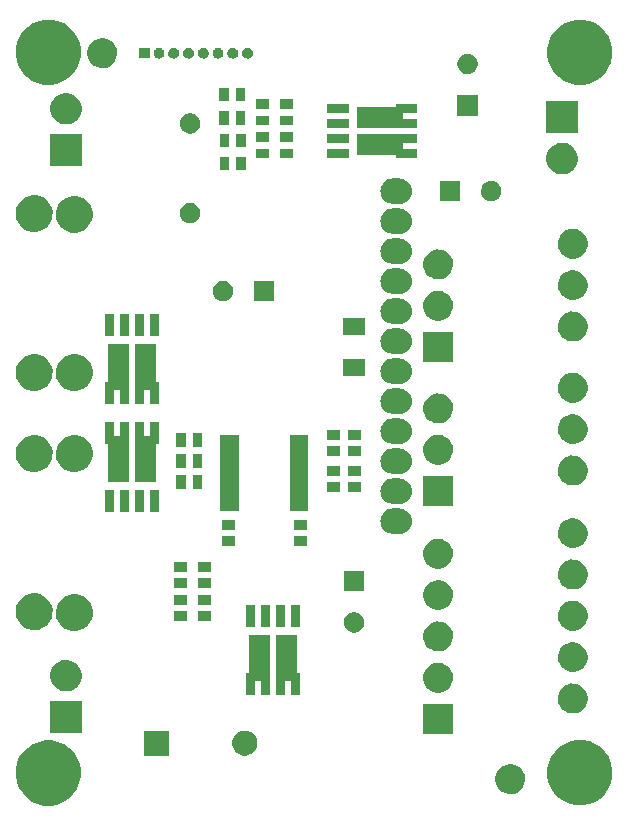
<source format=gbs>
G04 #@! TF.FileFunction,Soldermask,Bot*
%FSLAX46Y46*%
G04 Gerber Fmt 4.6, Leading zero omitted, Abs format (unit mm)*
G04 Created by KiCad (PCBNEW 4.0.5) date 03/05/17 20:07:58*
%MOMM*%
%LPD*%
G01*
G04 APERTURE LIST*
%ADD10C,0.100000*%
G04 APERTURE END LIST*
D10*
G36*
X158277894Y-142021837D02*
X158808105Y-142130674D01*
X159307074Y-142340421D01*
X159755803Y-142643092D01*
X160137198Y-143027160D01*
X160436729Y-143477989D01*
X160642988Y-143978410D01*
X160748052Y-144509024D01*
X160748052Y-144509034D01*
X160748118Y-144509368D01*
X160739485Y-145127593D01*
X160739409Y-145127927D01*
X160739409Y-145127939D01*
X160619573Y-145655405D01*
X160399419Y-146149876D01*
X160087418Y-146592167D01*
X159695445Y-146965437D01*
X159238445Y-147255458D01*
X158733810Y-147451194D01*
X158200772Y-147545182D01*
X157659626Y-147533847D01*
X157130982Y-147417617D01*
X156634991Y-147200924D01*
X156190533Y-146892018D01*
X155814537Y-146502662D01*
X155521332Y-146047698D01*
X155322079Y-145544443D01*
X155224370Y-145012065D01*
X155231928Y-144470856D01*
X155344462Y-143941423D01*
X155557690Y-143443925D01*
X155863486Y-142997321D01*
X156250206Y-142618616D01*
X156703115Y-142322241D01*
X157204967Y-142119480D01*
X157736640Y-142018058D01*
X158277894Y-142021837D01*
X158277894Y-142021837D01*
G37*
G36*
X203289894Y-141991837D02*
X203820105Y-142100674D01*
X204319074Y-142310421D01*
X204767803Y-142613092D01*
X205149198Y-142997160D01*
X205448729Y-143447989D01*
X205654988Y-143948410D01*
X205760052Y-144479024D01*
X205760052Y-144479034D01*
X205760118Y-144479368D01*
X205751485Y-145097593D01*
X205751409Y-145097927D01*
X205751409Y-145097939D01*
X205631573Y-145625405D01*
X205411419Y-146119876D01*
X205099418Y-146562167D01*
X204707445Y-146935437D01*
X204250445Y-147225458D01*
X203745810Y-147421194D01*
X203212772Y-147515182D01*
X202671626Y-147503847D01*
X202142982Y-147387617D01*
X201646991Y-147170924D01*
X201202533Y-146862018D01*
X200826537Y-146472662D01*
X200533332Y-146017698D01*
X200334079Y-145514443D01*
X200236370Y-144982065D01*
X200243928Y-144440856D01*
X200356462Y-143911423D01*
X200569690Y-143413925D01*
X200875486Y-142967321D01*
X201262206Y-142588616D01*
X201715115Y-142292241D01*
X202216967Y-142089480D01*
X202748640Y-141988058D01*
X203289894Y-141991837D01*
X203289894Y-141991837D01*
G37*
G36*
X197237393Y-144018844D02*
X197481368Y-144068925D01*
X197710965Y-144165439D01*
X197917446Y-144304711D01*
X198092944Y-144481440D01*
X198230772Y-144688886D01*
X198325680Y-144919151D01*
X198373989Y-145163126D01*
X198373989Y-145163141D01*
X198374054Y-145163470D01*
X198370082Y-145447943D01*
X198370006Y-145448277D01*
X198370006Y-145448289D01*
X198314907Y-145690813D01*
X198213604Y-145918342D01*
X198070038Y-146121860D01*
X197889671Y-146293620D01*
X197679387Y-146427070D01*
X197447181Y-146517138D01*
X197201907Y-146560386D01*
X196952902Y-146555171D01*
X196709647Y-146501687D01*
X196481421Y-146401978D01*
X196276901Y-146259833D01*
X196103890Y-146080674D01*
X195968975Y-145871327D01*
X195877289Y-145639756D01*
X195832328Y-145394782D01*
X195835806Y-145145748D01*
X195887587Y-144902134D01*
X195985704Y-144673211D01*
X196126415Y-144467709D01*
X196304363Y-144293448D01*
X196512766Y-144157073D01*
X196743691Y-144063773D01*
X196988336Y-144017105D01*
X197237393Y-144018844D01*
X197237393Y-144018844D01*
G37*
G36*
X174743336Y-141180704D02*
X174946969Y-141222504D01*
X175138600Y-141303058D01*
X175310942Y-141419304D01*
X175457417Y-141566805D01*
X175572457Y-141739954D01*
X175651669Y-141932139D01*
X175691980Y-142135718D01*
X175691980Y-142135728D01*
X175692046Y-142136062D01*
X175688730Y-142373496D01*
X175688654Y-142373830D01*
X175688654Y-142373842D01*
X175642679Y-142576206D01*
X175558126Y-142766112D01*
X175438300Y-142935977D01*
X175287757Y-143079337D01*
X175112245Y-143190720D01*
X174918434Y-143265896D01*
X174713718Y-143301992D01*
X174505887Y-143297639D01*
X174302852Y-143252999D01*
X174112365Y-143169777D01*
X173941668Y-143051139D01*
X173797262Y-142901602D01*
X173684656Y-142726872D01*
X173608131Y-142533592D01*
X173570604Y-142329125D01*
X173573507Y-142121270D01*
X173616726Y-141917938D01*
X173698619Y-141726869D01*
X173816062Y-141555347D01*
X173964586Y-141409901D01*
X174138529Y-141296076D01*
X174331270Y-141218204D01*
X174535461Y-141179252D01*
X174743336Y-141180704D01*
X174743336Y-141180704D01*
G37*
G36*
X168192000Y-143300000D02*
X166072000Y-143300000D01*
X166072000Y-141180000D01*
X168192000Y-141180000D01*
X168192000Y-143300000D01*
X168192000Y-143300000D01*
G37*
G36*
X192268000Y-141468000D02*
X189748000Y-141468000D01*
X189748000Y-138948000D01*
X192268000Y-138948000D01*
X192268000Y-141468000D01*
X192268000Y-141468000D01*
G37*
G36*
X160818000Y-141360060D02*
X158158000Y-141360060D01*
X158158000Y-138700060D01*
X160818000Y-138700060D01*
X160818000Y-141360060D01*
X160818000Y-141360060D01*
G37*
G36*
X202540343Y-137198837D02*
X202782397Y-137248524D01*
X203010186Y-137344277D01*
X203215041Y-137482453D01*
X203389160Y-137657792D01*
X203525898Y-137863601D01*
X203620061Y-138092055D01*
X203667989Y-138334107D01*
X203667989Y-138334122D01*
X203668054Y-138334451D01*
X203664113Y-138616684D01*
X203664037Y-138617018D01*
X203664037Y-138617030D01*
X203609373Y-138857641D01*
X203508867Y-139083379D01*
X203366432Y-139285294D01*
X203187485Y-139455702D01*
X202978857Y-139588102D01*
X202748479Y-139677460D01*
X202505136Y-139720367D01*
X202258091Y-139715193D01*
X202016752Y-139662131D01*
X201790323Y-139563207D01*
X201587413Y-139422181D01*
X201415765Y-139244433D01*
X201281912Y-139036734D01*
X201190948Y-138806986D01*
X201146341Y-138563941D01*
X201149792Y-138316868D01*
X201201165Y-138075172D01*
X201298509Y-137848052D01*
X201438112Y-137644168D01*
X201614659Y-137471279D01*
X201821421Y-137335978D01*
X202050528Y-137243413D01*
X202293247Y-137197112D01*
X202540343Y-137198837D01*
X202540343Y-137198837D01*
G37*
G36*
X176793000Y-137039323D02*
X176792794Y-137039636D01*
X176788632Y-137053076D01*
X176788000Y-137061000D01*
X176788000Y-138161000D01*
X176018000Y-138161000D01*
X176018000Y-137061000D01*
X176016020Y-137047070D01*
X176010239Y-137034244D01*
X176001112Y-137023536D01*
X175989364Y-137015794D01*
X175975924Y-137011632D01*
X175968000Y-137011000D01*
X175568000Y-137011000D01*
X175554070Y-137012980D01*
X175541244Y-137018761D01*
X175530536Y-137027888D01*
X175522794Y-137039636D01*
X175518632Y-137053076D01*
X175518000Y-137061000D01*
X175518000Y-138161000D01*
X174748000Y-138161000D01*
X174748000Y-136341000D01*
X174973000Y-136341000D01*
X174986930Y-136339020D01*
X174999756Y-136333239D01*
X175010464Y-136324112D01*
X175018206Y-136312364D01*
X175022368Y-136298924D01*
X175023000Y-136291000D01*
X175023000Y-133081000D01*
X176793000Y-133081000D01*
X176793000Y-137039323D01*
X176793000Y-137039323D01*
G37*
G36*
X179063000Y-136291000D02*
X179064980Y-136304930D01*
X179070761Y-136317756D01*
X179079888Y-136328464D01*
X179091636Y-136336206D01*
X179105076Y-136340368D01*
X179113000Y-136341000D01*
X179328000Y-136341000D01*
X179328000Y-138161000D01*
X178558000Y-138161000D01*
X178558000Y-137061000D01*
X178556020Y-137047070D01*
X178550239Y-137034244D01*
X178541112Y-137023536D01*
X178529364Y-137015794D01*
X178515924Y-137011632D01*
X178508000Y-137011000D01*
X178108000Y-137011000D01*
X178094070Y-137012980D01*
X178081244Y-137018761D01*
X178070536Y-137027888D01*
X178062794Y-137039636D01*
X178058632Y-137053076D01*
X178058000Y-137061000D01*
X178058000Y-138161000D01*
X177288000Y-138161000D01*
X177288000Y-136312677D01*
X177288206Y-136312364D01*
X177292368Y-136298924D01*
X177293000Y-136291000D01*
X177293000Y-133081000D01*
X179063000Y-133081000D01*
X179063000Y-136291000D01*
X179063000Y-136291000D01*
G37*
G36*
X191140343Y-135448837D02*
X191382397Y-135498524D01*
X191610186Y-135594277D01*
X191815041Y-135732453D01*
X191989160Y-135907792D01*
X192125898Y-136113601D01*
X192220061Y-136342055D01*
X192267989Y-136584107D01*
X192267989Y-136584122D01*
X192268054Y-136584451D01*
X192264113Y-136866684D01*
X192264037Y-136867018D01*
X192264037Y-136867030D01*
X192209373Y-137107641D01*
X192108867Y-137333379D01*
X191966432Y-137535294D01*
X191787485Y-137705702D01*
X191578857Y-137838102D01*
X191348479Y-137927460D01*
X191105136Y-137970367D01*
X190858091Y-137965193D01*
X190616752Y-137912131D01*
X190390323Y-137813207D01*
X190187413Y-137672181D01*
X190015765Y-137494433D01*
X189881912Y-137286734D01*
X189790948Y-137056986D01*
X189746341Y-136813941D01*
X189749792Y-136566868D01*
X189801165Y-136325172D01*
X189898509Y-136098052D01*
X190038112Y-135894168D01*
X190214659Y-135721279D01*
X190421421Y-135585978D01*
X190650528Y-135493413D01*
X190893247Y-135447112D01*
X191140343Y-135448837D01*
X191140343Y-135448837D01*
G37*
G36*
X159627695Y-135200824D02*
X159883197Y-135253271D01*
X160123640Y-135354345D01*
X160339876Y-135500197D01*
X160523666Y-135685275D01*
X160668005Y-135902522D01*
X160767397Y-136143665D01*
X160817991Y-136399183D01*
X160817991Y-136399193D01*
X160818057Y-136399527D01*
X160813897Y-136697440D01*
X160813821Y-136697774D01*
X160813821Y-136697786D01*
X160756115Y-136951783D01*
X160650026Y-137190062D01*
X160499678Y-137403194D01*
X160310790Y-137583069D01*
X160090571Y-137722824D01*
X159847394Y-137817147D01*
X159590533Y-137862438D01*
X159329763Y-137856976D01*
X159075014Y-137800966D01*
X158836006Y-137696546D01*
X158621829Y-137547689D01*
X158440641Y-137360063D01*
X158299352Y-137140825D01*
X158203335Y-136898314D01*
X158156249Y-136641767D01*
X158159892Y-136380967D01*
X158214119Y-136125845D01*
X158316872Y-135886106D01*
X158464230Y-135670895D01*
X158650585Y-135488402D01*
X158868834Y-135345584D01*
X159110669Y-135247876D01*
X159366872Y-135199003D01*
X159627695Y-135200824D01*
X159627695Y-135200824D01*
G37*
G36*
X202540343Y-133698837D02*
X202782397Y-133748524D01*
X203010186Y-133844277D01*
X203215041Y-133982453D01*
X203389160Y-134157792D01*
X203525898Y-134363601D01*
X203620061Y-134592055D01*
X203667989Y-134834107D01*
X203667989Y-134834122D01*
X203668054Y-134834451D01*
X203664113Y-135116684D01*
X203664037Y-135117018D01*
X203664037Y-135117030D01*
X203609373Y-135357641D01*
X203508867Y-135583379D01*
X203366432Y-135785294D01*
X203187485Y-135955702D01*
X202978857Y-136088102D01*
X202748479Y-136177460D01*
X202505136Y-136220367D01*
X202258091Y-136215193D01*
X202016752Y-136162131D01*
X201790323Y-136063207D01*
X201587413Y-135922181D01*
X201415765Y-135744433D01*
X201281912Y-135536734D01*
X201190948Y-135306986D01*
X201146341Y-135063941D01*
X201149792Y-134816868D01*
X201201165Y-134575172D01*
X201298509Y-134348052D01*
X201438112Y-134144168D01*
X201614659Y-133971279D01*
X201821421Y-133835978D01*
X202050528Y-133743413D01*
X202293247Y-133697112D01*
X202540343Y-133698837D01*
X202540343Y-133698837D01*
G37*
G36*
X191140343Y-131948837D02*
X191382397Y-131998524D01*
X191610186Y-132094277D01*
X191815041Y-132232453D01*
X191989160Y-132407792D01*
X192125898Y-132613601D01*
X192220061Y-132842055D01*
X192267989Y-133084107D01*
X192267989Y-133084122D01*
X192268054Y-133084451D01*
X192264113Y-133366684D01*
X192264037Y-133367018D01*
X192264037Y-133367030D01*
X192209373Y-133607641D01*
X192108867Y-133833379D01*
X191966432Y-134035294D01*
X191787485Y-134205702D01*
X191578857Y-134338102D01*
X191348479Y-134427460D01*
X191105136Y-134470367D01*
X190858091Y-134465193D01*
X190616752Y-134412131D01*
X190390323Y-134313207D01*
X190187413Y-134172181D01*
X190015765Y-133994433D01*
X189881912Y-133786734D01*
X189790948Y-133556986D01*
X189746341Y-133313941D01*
X189749792Y-133066868D01*
X189801165Y-132825172D01*
X189898509Y-132598052D01*
X190038112Y-132394168D01*
X190214659Y-132221279D01*
X190421421Y-132085978D01*
X190650528Y-131993413D01*
X190893247Y-131947112D01*
X191140343Y-131948837D01*
X191140343Y-131948837D01*
G37*
G36*
X183986329Y-131164571D02*
X184151541Y-131198485D01*
X184307015Y-131263840D01*
X184446837Y-131358150D01*
X184565680Y-131477826D01*
X184659012Y-131618301D01*
X184723280Y-131774227D01*
X184755971Y-131939329D01*
X184755971Y-131939339D01*
X184756037Y-131939673D01*
X184753347Y-132132308D01*
X184753271Y-132132642D01*
X184753271Y-132132653D01*
X184715984Y-132296771D01*
X184647386Y-132450846D01*
X184550169Y-132588661D01*
X184428029Y-132704972D01*
X184285633Y-132795339D01*
X184128390Y-132856331D01*
X183962300Y-132885616D01*
X183793682Y-132882085D01*
X183628955Y-132845867D01*
X183474410Y-132778348D01*
X183335919Y-132682094D01*
X183218759Y-132560771D01*
X183127400Y-132419010D01*
X183065313Y-132262198D01*
X183034867Y-132096308D01*
X183037223Y-131927671D01*
X183072287Y-131762705D01*
X183138729Y-131607686D01*
X183234013Y-131468527D01*
X183354514Y-131350523D01*
X183495635Y-131258176D01*
X183652013Y-131194995D01*
X183817675Y-131163393D01*
X183986329Y-131164571D01*
X183986329Y-131164571D01*
G37*
G36*
X160359853Y-129641037D02*
X160659539Y-129702554D01*
X160941563Y-129821106D01*
X161195193Y-129992181D01*
X161410765Y-130209264D01*
X161580066Y-130464081D01*
X161696646Y-130746926D01*
X161756001Y-131046690D01*
X161756001Y-131046700D01*
X161756067Y-131047034D01*
X161751187Y-131396466D01*
X161751111Y-131396800D01*
X161751111Y-131396812D01*
X161683412Y-131694794D01*
X161558977Y-131974278D01*
X161382629Y-132224268D01*
X161161077Y-132435249D01*
X160902774Y-132599172D01*
X160617545Y-132709807D01*
X160316263Y-132762930D01*
X160010398Y-132756524D01*
X159711596Y-132690828D01*
X159431256Y-132568350D01*
X159180040Y-132393750D01*
X158967520Y-132173679D01*
X158801796Y-131916526D01*
X158689174Y-131632077D01*
X158633947Y-131331166D01*
X158638219Y-131025266D01*
X158701825Y-130726022D01*
X158822346Y-130444827D01*
X158995187Y-130192399D01*
X159213769Y-129978347D01*
X159469760Y-129810831D01*
X159753416Y-129696226D01*
X160053926Y-129638901D01*
X160359853Y-129641037D01*
X160359853Y-129641037D01*
G37*
G36*
X202540343Y-130198837D02*
X202782397Y-130248524D01*
X203010186Y-130344277D01*
X203215041Y-130482453D01*
X203389160Y-130657792D01*
X203525898Y-130863601D01*
X203620061Y-131092055D01*
X203667989Y-131334107D01*
X203667989Y-131334122D01*
X203668054Y-131334451D01*
X203664113Y-131616684D01*
X203664037Y-131617018D01*
X203664037Y-131617030D01*
X203609373Y-131857641D01*
X203508867Y-132083379D01*
X203366432Y-132285294D01*
X203187485Y-132455702D01*
X202978857Y-132588102D01*
X202748479Y-132677460D01*
X202505136Y-132720367D01*
X202258091Y-132715193D01*
X202016752Y-132662131D01*
X201790323Y-132563207D01*
X201587413Y-132422181D01*
X201415765Y-132244433D01*
X201281912Y-132036734D01*
X201190948Y-131806986D01*
X201146341Y-131563941D01*
X201149792Y-131316868D01*
X201201165Y-131075172D01*
X201298509Y-130848052D01*
X201438112Y-130644168D01*
X201614659Y-130471279D01*
X201821421Y-130335978D01*
X202050528Y-130243413D01*
X202293247Y-130197112D01*
X202540343Y-130198837D01*
X202540343Y-130198837D01*
G37*
G36*
X156959853Y-129571037D02*
X157259539Y-129632554D01*
X157541563Y-129751106D01*
X157795193Y-129922181D01*
X158010765Y-130139264D01*
X158180066Y-130394081D01*
X158296646Y-130676926D01*
X158356001Y-130976690D01*
X158356001Y-130976700D01*
X158356067Y-130977034D01*
X158351187Y-131326466D01*
X158351111Y-131326800D01*
X158351111Y-131326812D01*
X158283412Y-131624794D01*
X158158977Y-131904278D01*
X157982629Y-132154268D01*
X157761077Y-132365249D01*
X157502774Y-132529172D01*
X157217545Y-132639807D01*
X156916263Y-132692930D01*
X156610398Y-132686524D01*
X156311596Y-132620828D01*
X156031256Y-132498350D01*
X155780040Y-132323750D01*
X155567520Y-132103679D01*
X155401796Y-131846526D01*
X155289174Y-131562077D01*
X155233947Y-131261166D01*
X155238219Y-130955266D01*
X155301825Y-130656022D01*
X155422346Y-130374827D01*
X155595187Y-130122399D01*
X155813769Y-129908347D01*
X156069760Y-129740831D01*
X156353416Y-129626226D01*
X156653926Y-129568901D01*
X156959853Y-129571037D01*
X156959853Y-129571037D01*
G37*
G36*
X175518000Y-132391000D02*
X174748000Y-132391000D01*
X174748000Y-130571000D01*
X175518000Y-130571000D01*
X175518000Y-132391000D01*
X175518000Y-132391000D01*
G37*
G36*
X176788000Y-132391000D02*
X176018000Y-132391000D01*
X176018000Y-130571000D01*
X176788000Y-130571000D01*
X176788000Y-132391000D01*
X176788000Y-132391000D01*
G37*
G36*
X179328000Y-132391000D02*
X178558000Y-132391000D01*
X178558000Y-130571000D01*
X179328000Y-130571000D01*
X179328000Y-132391000D01*
X179328000Y-132391000D01*
G37*
G36*
X178058000Y-132391000D02*
X177288000Y-132391000D01*
X177288000Y-130571000D01*
X178058000Y-130571000D01*
X178058000Y-132391000D01*
X178058000Y-132391000D01*
G37*
G36*
X171756000Y-131920000D02*
X170636000Y-131920000D01*
X170636000Y-131100000D01*
X171756000Y-131100000D01*
X171756000Y-131920000D01*
X171756000Y-131920000D01*
G37*
G36*
X169724000Y-131920000D02*
X168604000Y-131920000D01*
X168604000Y-131100000D01*
X169724000Y-131100000D01*
X169724000Y-131920000D01*
X169724000Y-131920000D01*
G37*
G36*
X191140343Y-128448837D02*
X191382397Y-128498524D01*
X191610186Y-128594277D01*
X191815041Y-128732453D01*
X191989160Y-128907792D01*
X192125898Y-129113601D01*
X192220061Y-129342055D01*
X192267989Y-129584107D01*
X192267989Y-129584122D01*
X192268054Y-129584451D01*
X192264113Y-129866684D01*
X192264037Y-129867018D01*
X192264037Y-129867030D01*
X192209373Y-130107641D01*
X192108867Y-130333379D01*
X191966432Y-130535294D01*
X191787485Y-130705702D01*
X191578857Y-130838102D01*
X191348479Y-130927460D01*
X191105136Y-130970367D01*
X190858091Y-130965193D01*
X190616752Y-130912131D01*
X190390323Y-130813207D01*
X190187413Y-130672181D01*
X190015765Y-130494433D01*
X189881912Y-130286734D01*
X189790948Y-130056986D01*
X189746341Y-129813941D01*
X189749792Y-129566868D01*
X189801165Y-129325172D01*
X189898509Y-129098052D01*
X190038112Y-128894168D01*
X190214659Y-128721279D01*
X190421421Y-128585978D01*
X190650528Y-128493413D01*
X190893247Y-128447112D01*
X191140343Y-128448837D01*
X191140343Y-128448837D01*
G37*
G36*
X171756000Y-130520000D02*
X170636000Y-130520000D01*
X170636000Y-129700000D01*
X171756000Y-129700000D01*
X171756000Y-130520000D01*
X171756000Y-130520000D01*
G37*
G36*
X169724000Y-130520000D02*
X168604000Y-130520000D01*
X168604000Y-129700000D01*
X169724000Y-129700000D01*
X169724000Y-130520000D01*
X169724000Y-130520000D01*
G37*
G36*
X184756000Y-129384000D02*
X183036000Y-129384000D01*
X183036000Y-127664000D01*
X184756000Y-127664000D01*
X184756000Y-129384000D01*
X184756000Y-129384000D01*
G37*
G36*
X202540343Y-126698837D02*
X202782397Y-126748524D01*
X203010186Y-126844277D01*
X203215041Y-126982453D01*
X203389160Y-127157792D01*
X203525898Y-127363601D01*
X203620061Y-127592055D01*
X203667989Y-127834107D01*
X203667989Y-127834122D01*
X203668054Y-127834451D01*
X203664113Y-128116684D01*
X203664037Y-128117018D01*
X203664037Y-128117030D01*
X203609373Y-128357641D01*
X203508867Y-128583379D01*
X203366432Y-128785294D01*
X203187485Y-128955702D01*
X202978857Y-129088102D01*
X202748479Y-129177460D01*
X202505136Y-129220367D01*
X202258091Y-129215193D01*
X202016752Y-129162131D01*
X201790323Y-129063207D01*
X201587413Y-128922181D01*
X201415765Y-128744433D01*
X201281912Y-128536734D01*
X201190948Y-128306986D01*
X201146341Y-128063941D01*
X201149792Y-127816868D01*
X201201165Y-127575172D01*
X201298509Y-127348052D01*
X201438112Y-127144168D01*
X201614659Y-126971279D01*
X201821421Y-126835978D01*
X202050528Y-126743413D01*
X202293247Y-126697112D01*
X202540343Y-126698837D01*
X202540343Y-126698837D01*
G37*
G36*
X169724000Y-129126000D02*
X168604000Y-129126000D01*
X168604000Y-128306000D01*
X169724000Y-128306000D01*
X169724000Y-129126000D01*
X169724000Y-129126000D01*
G37*
G36*
X171756000Y-129126000D02*
X170636000Y-129126000D01*
X170636000Y-128306000D01*
X171756000Y-128306000D01*
X171756000Y-129126000D01*
X171756000Y-129126000D01*
G37*
G36*
X171756000Y-127726000D02*
X170636000Y-127726000D01*
X170636000Y-126906000D01*
X171756000Y-126906000D01*
X171756000Y-127726000D01*
X171756000Y-127726000D01*
G37*
G36*
X169724000Y-127726000D02*
X168604000Y-127726000D01*
X168604000Y-126906000D01*
X169724000Y-126906000D01*
X169724000Y-127726000D01*
X169724000Y-127726000D01*
G37*
G36*
X191140343Y-124948837D02*
X191382397Y-124998524D01*
X191610186Y-125094277D01*
X191815041Y-125232453D01*
X191989160Y-125407792D01*
X192125898Y-125613601D01*
X192220061Y-125842055D01*
X192267989Y-126084107D01*
X192267989Y-126084122D01*
X192268054Y-126084451D01*
X192264113Y-126366684D01*
X192264037Y-126367018D01*
X192264037Y-126367030D01*
X192209373Y-126607641D01*
X192108867Y-126833379D01*
X191966432Y-127035294D01*
X191787485Y-127205702D01*
X191578857Y-127338102D01*
X191348479Y-127427460D01*
X191105136Y-127470367D01*
X190858091Y-127465193D01*
X190616752Y-127412131D01*
X190390323Y-127313207D01*
X190187413Y-127172181D01*
X190015765Y-126994433D01*
X189881912Y-126786734D01*
X189790948Y-126556986D01*
X189746341Y-126313941D01*
X189749792Y-126066868D01*
X189801165Y-125825172D01*
X189898509Y-125598052D01*
X190038112Y-125394168D01*
X190214659Y-125221279D01*
X190421421Y-125085978D01*
X190650528Y-124993413D01*
X190893247Y-124947112D01*
X191140343Y-124948837D01*
X191140343Y-124948837D01*
G37*
G36*
X202540343Y-123198837D02*
X202782397Y-123248524D01*
X203010186Y-123344277D01*
X203215041Y-123482453D01*
X203389160Y-123657792D01*
X203525898Y-123863601D01*
X203620061Y-124092055D01*
X203667989Y-124334107D01*
X203667989Y-124334122D01*
X203668054Y-124334451D01*
X203664113Y-124616684D01*
X203664037Y-124617018D01*
X203664037Y-124617030D01*
X203609373Y-124857641D01*
X203508867Y-125083379D01*
X203366432Y-125285294D01*
X203187485Y-125455702D01*
X202978857Y-125588102D01*
X202748479Y-125677460D01*
X202505136Y-125720367D01*
X202258091Y-125715193D01*
X202016752Y-125662131D01*
X201790323Y-125563207D01*
X201587413Y-125422181D01*
X201415765Y-125244433D01*
X201281912Y-125036734D01*
X201190948Y-124806986D01*
X201146341Y-124563941D01*
X201149792Y-124316868D01*
X201201165Y-124075172D01*
X201298509Y-123848052D01*
X201438112Y-123644168D01*
X201614659Y-123471279D01*
X201821421Y-123335978D01*
X202050528Y-123243413D01*
X202293247Y-123197112D01*
X202540343Y-123198837D01*
X202540343Y-123198837D01*
G37*
G36*
X173788000Y-125570000D02*
X172668000Y-125570000D01*
X172668000Y-124750000D01*
X173788000Y-124750000D01*
X173788000Y-125570000D01*
X173788000Y-125570000D01*
G37*
G36*
X179884000Y-125570000D02*
X178764000Y-125570000D01*
X178764000Y-124750000D01*
X179884000Y-124750000D01*
X179884000Y-125570000D01*
X179884000Y-125570000D01*
G37*
G36*
X187720730Y-122368058D02*
X187727458Y-122368105D01*
X187936148Y-122391513D01*
X188136316Y-122455010D01*
X188320339Y-122556178D01*
X188481208Y-122691162D01*
X188612793Y-122854822D01*
X188710085Y-123040923D01*
X188769376Y-123242378D01*
X188769379Y-123242412D01*
X188769383Y-123242425D01*
X188788412Y-123451510D01*
X188766466Y-123660311D01*
X188766462Y-123660325D01*
X188766458Y-123660360D01*
X188704360Y-123860967D01*
X188604479Y-124045692D01*
X188470621Y-124207498D01*
X188307884Y-124340223D01*
X188122467Y-124438812D01*
X187921431Y-124499508D01*
X187712435Y-124520000D01*
X187191530Y-124520000D01*
X187183270Y-124519942D01*
X187176542Y-124519895D01*
X186967852Y-124496487D01*
X186767684Y-124432990D01*
X186583661Y-124331822D01*
X186422792Y-124196838D01*
X186291207Y-124033178D01*
X186193915Y-123847077D01*
X186134624Y-123645622D01*
X186134621Y-123645588D01*
X186134617Y-123645575D01*
X186115588Y-123436490D01*
X186137534Y-123227689D01*
X186137538Y-123227675D01*
X186137542Y-123227640D01*
X186199640Y-123027033D01*
X186299521Y-122842308D01*
X186433379Y-122680502D01*
X186596116Y-122547777D01*
X186781533Y-122449188D01*
X186982569Y-122388492D01*
X187191565Y-122368000D01*
X187712470Y-122368000D01*
X187720730Y-122368058D01*
X187720730Y-122368058D01*
G37*
G36*
X179884000Y-124170000D02*
X178764000Y-124170000D01*
X178764000Y-123350000D01*
X179884000Y-123350000D01*
X179884000Y-124170000D01*
X179884000Y-124170000D01*
G37*
G36*
X173788000Y-124170000D02*
X172668000Y-124170000D01*
X172668000Y-123350000D01*
X173788000Y-123350000D01*
X173788000Y-124170000D01*
X173788000Y-124170000D01*
G37*
G36*
X163580000Y-122667000D02*
X162810000Y-122667000D01*
X162810000Y-120847000D01*
X163580000Y-120847000D01*
X163580000Y-122667000D01*
X163580000Y-122667000D01*
G37*
G36*
X164850000Y-122667000D02*
X164080000Y-122667000D01*
X164080000Y-120847000D01*
X164850000Y-120847000D01*
X164850000Y-122667000D01*
X164850000Y-122667000D01*
G37*
G36*
X166120000Y-122667000D02*
X165350000Y-122667000D01*
X165350000Y-120847000D01*
X166120000Y-120847000D01*
X166120000Y-122667000D01*
X166120000Y-122667000D01*
G37*
G36*
X167390000Y-122667000D02*
X166620000Y-122667000D01*
X166620000Y-120847000D01*
X167390000Y-120847000D01*
X167390000Y-122667000D01*
X167390000Y-122667000D01*
G37*
G36*
X180011000Y-122590000D02*
X178441000Y-122590000D01*
X178441000Y-116170000D01*
X180011000Y-116170000D01*
X180011000Y-122590000D01*
X180011000Y-122590000D01*
G37*
G36*
X174111000Y-122590000D02*
X172541000Y-122590000D01*
X172541000Y-116170000D01*
X174111000Y-116170000D01*
X174111000Y-122590000D01*
X174111000Y-122590000D01*
G37*
G36*
X192268000Y-122164000D02*
X189748000Y-122164000D01*
X189748000Y-119644000D01*
X192268000Y-119644000D01*
X192268000Y-122164000D01*
X192268000Y-122164000D01*
G37*
G36*
X187720730Y-119828058D02*
X187727458Y-119828105D01*
X187936148Y-119851513D01*
X188136316Y-119915010D01*
X188320339Y-120016178D01*
X188481208Y-120151162D01*
X188612793Y-120314822D01*
X188710085Y-120500923D01*
X188769376Y-120702378D01*
X188769379Y-120702412D01*
X188769383Y-120702425D01*
X188788412Y-120911510D01*
X188766466Y-121120311D01*
X188766462Y-121120325D01*
X188766458Y-121120360D01*
X188704360Y-121320967D01*
X188604479Y-121505692D01*
X188470621Y-121667498D01*
X188307884Y-121800223D01*
X188122467Y-121898812D01*
X187921431Y-121959508D01*
X187712435Y-121980000D01*
X187191530Y-121980000D01*
X187183270Y-121979942D01*
X187176542Y-121979895D01*
X186967852Y-121956487D01*
X186767684Y-121892990D01*
X186583661Y-121791822D01*
X186422792Y-121656838D01*
X186291207Y-121493178D01*
X186193915Y-121307077D01*
X186134624Y-121105622D01*
X186134621Y-121105588D01*
X186134617Y-121105575D01*
X186115588Y-120896490D01*
X186137534Y-120687689D01*
X186137538Y-120687675D01*
X186137542Y-120687640D01*
X186199640Y-120487033D01*
X186299521Y-120302308D01*
X186433379Y-120140502D01*
X186596116Y-120007777D01*
X186781533Y-119909188D01*
X186982569Y-119848492D01*
X187191565Y-119828000D01*
X187712470Y-119828000D01*
X187720730Y-119828058D01*
X187720730Y-119828058D01*
G37*
G36*
X184456000Y-120998000D02*
X183336000Y-120998000D01*
X183336000Y-120178000D01*
X184456000Y-120178000D01*
X184456000Y-120998000D01*
X184456000Y-120998000D01*
G37*
G36*
X182678000Y-120998000D02*
X181558000Y-120998000D01*
X181558000Y-120178000D01*
X182678000Y-120178000D01*
X182678000Y-120998000D01*
X182678000Y-120998000D01*
G37*
G36*
X169636000Y-120702000D02*
X168816000Y-120702000D01*
X168816000Y-119582000D01*
X169636000Y-119582000D01*
X169636000Y-120702000D01*
X169636000Y-120702000D01*
G37*
G36*
X171036000Y-120702000D02*
X170216000Y-120702000D01*
X170216000Y-119582000D01*
X171036000Y-119582000D01*
X171036000Y-120702000D01*
X171036000Y-120702000D01*
G37*
G36*
X202540343Y-117894837D02*
X202782397Y-117944524D01*
X203010186Y-118040277D01*
X203215041Y-118178453D01*
X203389160Y-118353792D01*
X203525898Y-118559601D01*
X203620061Y-118788055D01*
X203667989Y-119030107D01*
X203667989Y-119030122D01*
X203668054Y-119030451D01*
X203664113Y-119312684D01*
X203664037Y-119313018D01*
X203664037Y-119313030D01*
X203609373Y-119553641D01*
X203508867Y-119779379D01*
X203366432Y-119981294D01*
X203187485Y-120151702D01*
X202978857Y-120284102D01*
X202748479Y-120373460D01*
X202505136Y-120416367D01*
X202258091Y-120411193D01*
X202016752Y-120358131D01*
X201790323Y-120259207D01*
X201587413Y-120118181D01*
X201415765Y-119940433D01*
X201281912Y-119732734D01*
X201190948Y-119502986D01*
X201146341Y-119259941D01*
X201149792Y-119012868D01*
X201201165Y-118771172D01*
X201298509Y-118544052D01*
X201438112Y-118340168D01*
X201614659Y-118167279D01*
X201821421Y-118031978D01*
X202050528Y-117939413D01*
X202293247Y-117893112D01*
X202540343Y-117894837D01*
X202540343Y-117894837D01*
G37*
G36*
X163580000Y-116177000D02*
X163581980Y-116190930D01*
X163587761Y-116203756D01*
X163596888Y-116214464D01*
X163608636Y-116222206D01*
X163622076Y-116226368D01*
X163630000Y-116227000D01*
X164030000Y-116227000D01*
X164043930Y-116225020D01*
X164056756Y-116219239D01*
X164067464Y-116210112D01*
X164075206Y-116198364D01*
X164079368Y-116184924D01*
X164080000Y-116177000D01*
X164080000Y-115077000D01*
X164850000Y-115077000D01*
X164850000Y-116925323D01*
X164849794Y-116925636D01*
X164845632Y-116939076D01*
X164845000Y-116947000D01*
X164845000Y-120157000D01*
X163075000Y-120157000D01*
X163075000Y-116947000D01*
X163073020Y-116933070D01*
X163067239Y-116920244D01*
X163058112Y-116909536D01*
X163046364Y-116901794D01*
X163032924Y-116897632D01*
X163025000Y-116897000D01*
X162810000Y-116897000D01*
X162810000Y-115077000D01*
X163580000Y-115077000D01*
X163580000Y-116177000D01*
X163580000Y-116177000D01*
G37*
G36*
X166120000Y-116177000D02*
X166121980Y-116190930D01*
X166127761Y-116203756D01*
X166136888Y-116214464D01*
X166148636Y-116222206D01*
X166162076Y-116226368D01*
X166170000Y-116227000D01*
X166570000Y-116227000D01*
X166583930Y-116225020D01*
X166596756Y-116219239D01*
X166607464Y-116210112D01*
X166615206Y-116198364D01*
X166619368Y-116184924D01*
X166620000Y-116177000D01*
X166620000Y-115077000D01*
X167390000Y-115077000D01*
X167390000Y-116897000D01*
X167165000Y-116897000D01*
X167151070Y-116898980D01*
X167138244Y-116904761D01*
X167127536Y-116913888D01*
X167119794Y-116925636D01*
X167115632Y-116939076D01*
X167115000Y-116947000D01*
X167115000Y-120157000D01*
X165345000Y-120157000D01*
X165345000Y-116198677D01*
X165345206Y-116198364D01*
X165349368Y-116184924D01*
X165350000Y-116177000D01*
X165350000Y-115077000D01*
X166120000Y-115077000D01*
X166120000Y-116177000D01*
X166120000Y-116177000D01*
G37*
G36*
X184456000Y-119598000D02*
X183336000Y-119598000D01*
X183336000Y-118778000D01*
X184456000Y-118778000D01*
X184456000Y-119598000D01*
X184456000Y-119598000D01*
G37*
G36*
X182678000Y-119598000D02*
X181558000Y-119598000D01*
X181558000Y-118778000D01*
X182678000Y-118778000D01*
X182678000Y-119598000D01*
X182678000Y-119598000D01*
G37*
G36*
X187720730Y-117288058D02*
X187727458Y-117288105D01*
X187936148Y-117311513D01*
X188136316Y-117375010D01*
X188320339Y-117476178D01*
X188481208Y-117611162D01*
X188612793Y-117774822D01*
X188710085Y-117960923D01*
X188769376Y-118162378D01*
X188769379Y-118162412D01*
X188769383Y-118162425D01*
X188788412Y-118371510D01*
X188766466Y-118580311D01*
X188766462Y-118580325D01*
X188766458Y-118580360D01*
X188704360Y-118780967D01*
X188604479Y-118965692D01*
X188470621Y-119127498D01*
X188307884Y-119260223D01*
X188122467Y-119358812D01*
X187921431Y-119419508D01*
X187712435Y-119440000D01*
X187191530Y-119440000D01*
X187183270Y-119439942D01*
X187176542Y-119439895D01*
X186967852Y-119416487D01*
X186767684Y-119352990D01*
X186583661Y-119251822D01*
X186422792Y-119116838D01*
X186291207Y-118953178D01*
X186193915Y-118767077D01*
X186134624Y-118565622D01*
X186134621Y-118565588D01*
X186134617Y-118565575D01*
X186115588Y-118356490D01*
X186137534Y-118147689D01*
X186137538Y-118147675D01*
X186137542Y-118147640D01*
X186199640Y-117947033D01*
X186299521Y-117762308D01*
X186433379Y-117600502D01*
X186596116Y-117467777D01*
X186781533Y-117369188D01*
X186982569Y-117308492D01*
X187191565Y-117288000D01*
X187712470Y-117288000D01*
X187720730Y-117288058D01*
X187720730Y-117288058D01*
G37*
G36*
X156959853Y-116171037D02*
X157259539Y-116232554D01*
X157541563Y-116351106D01*
X157795193Y-116522181D01*
X158010765Y-116739264D01*
X158180066Y-116994081D01*
X158296646Y-117276926D01*
X158356001Y-117576690D01*
X158356001Y-117576700D01*
X158356067Y-117577034D01*
X158351187Y-117926466D01*
X158351111Y-117926800D01*
X158351111Y-117926812D01*
X158283412Y-118224794D01*
X158158977Y-118504278D01*
X157982629Y-118754268D01*
X157761077Y-118965249D01*
X157502774Y-119129172D01*
X157217545Y-119239807D01*
X156916263Y-119292930D01*
X156610398Y-119286524D01*
X156311596Y-119220828D01*
X156031256Y-119098350D01*
X155780040Y-118923750D01*
X155567520Y-118703679D01*
X155401796Y-118446526D01*
X155289174Y-118162077D01*
X155233947Y-117861166D01*
X155238219Y-117555266D01*
X155301825Y-117256022D01*
X155422346Y-116974827D01*
X155595187Y-116722399D01*
X155813769Y-116508347D01*
X156069760Y-116340831D01*
X156353416Y-116226226D01*
X156653926Y-116168901D01*
X156959853Y-116171037D01*
X156959853Y-116171037D01*
G37*
G36*
X160359853Y-116171037D02*
X160659539Y-116232554D01*
X160941563Y-116351106D01*
X161195193Y-116522181D01*
X161410765Y-116739264D01*
X161580066Y-116994081D01*
X161696646Y-117276926D01*
X161756001Y-117576690D01*
X161756001Y-117576700D01*
X161756067Y-117577034D01*
X161751187Y-117926466D01*
X161751111Y-117926800D01*
X161751111Y-117926812D01*
X161683412Y-118224794D01*
X161558977Y-118504278D01*
X161382629Y-118754268D01*
X161161077Y-118965249D01*
X160902774Y-119129172D01*
X160617545Y-119239807D01*
X160316263Y-119292930D01*
X160010398Y-119286524D01*
X159711596Y-119220828D01*
X159431256Y-119098350D01*
X159180040Y-118923750D01*
X158967520Y-118703679D01*
X158801796Y-118446526D01*
X158689174Y-118162077D01*
X158633947Y-117861166D01*
X158638219Y-117555266D01*
X158701825Y-117256022D01*
X158822346Y-116974827D01*
X158995187Y-116722399D01*
X159213769Y-116508347D01*
X159469760Y-116340831D01*
X159753416Y-116226226D01*
X160053926Y-116168901D01*
X160359853Y-116171037D01*
X160359853Y-116171037D01*
G37*
G36*
X171036000Y-118924000D02*
X170216000Y-118924000D01*
X170216000Y-117804000D01*
X171036000Y-117804000D01*
X171036000Y-118924000D01*
X171036000Y-118924000D01*
G37*
G36*
X169636000Y-118924000D02*
X168816000Y-118924000D01*
X168816000Y-117804000D01*
X169636000Y-117804000D01*
X169636000Y-118924000D01*
X169636000Y-118924000D01*
G37*
G36*
X191140343Y-116144837D02*
X191382397Y-116194524D01*
X191610186Y-116290277D01*
X191815041Y-116428453D01*
X191989160Y-116603792D01*
X192125898Y-116809601D01*
X192220061Y-117038055D01*
X192267989Y-117280107D01*
X192267989Y-117280122D01*
X192268054Y-117280451D01*
X192264113Y-117562684D01*
X192264037Y-117563018D01*
X192264037Y-117563030D01*
X192209373Y-117803641D01*
X192108867Y-118029379D01*
X191966432Y-118231294D01*
X191787485Y-118401702D01*
X191578857Y-118534102D01*
X191348479Y-118623460D01*
X191105136Y-118666367D01*
X190858091Y-118661193D01*
X190616752Y-118608131D01*
X190390323Y-118509207D01*
X190187413Y-118368181D01*
X190015765Y-118190433D01*
X189881912Y-117982734D01*
X189790948Y-117752986D01*
X189746341Y-117509941D01*
X189749792Y-117262868D01*
X189801165Y-117021172D01*
X189898509Y-116794052D01*
X190038112Y-116590168D01*
X190214659Y-116417279D01*
X190421421Y-116281978D01*
X190650528Y-116189413D01*
X190893247Y-116143112D01*
X191140343Y-116144837D01*
X191140343Y-116144837D01*
G37*
G36*
X182678000Y-117950000D02*
X181558000Y-117950000D01*
X181558000Y-117130000D01*
X182678000Y-117130000D01*
X182678000Y-117950000D01*
X182678000Y-117950000D01*
G37*
G36*
X184456000Y-117950000D02*
X183336000Y-117950000D01*
X183336000Y-117130000D01*
X184456000Y-117130000D01*
X184456000Y-117950000D01*
X184456000Y-117950000D01*
G37*
G36*
X169636000Y-117146000D02*
X168816000Y-117146000D01*
X168816000Y-116026000D01*
X169636000Y-116026000D01*
X169636000Y-117146000D01*
X169636000Y-117146000D01*
G37*
G36*
X171036000Y-117146000D02*
X170216000Y-117146000D01*
X170216000Y-116026000D01*
X171036000Y-116026000D01*
X171036000Y-117146000D01*
X171036000Y-117146000D01*
G37*
G36*
X202540343Y-114394837D02*
X202782397Y-114444524D01*
X203010186Y-114540277D01*
X203215041Y-114678453D01*
X203389160Y-114853792D01*
X203525898Y-115059601D01*
X203620061Y-115288055D01*
X203667989Y-115530107D01*
X203667989Y-115530122D01*
X203668054Y-115530451D01*
X203664113Y-115812684D01*
X203664037Y-115813018D01*
X203664037Y-115813030D01*
X203609373Y-116053641D01*
X203508867Y-116279379D01*
X203366432Y-116481294D01*
X203187485Y-116651702D01*
X202978857Y-116784102D01*
X202748479Y-116873460D01*
X202505136Y-116916367D01*
X202258091Y-116911193D01*
X202016752Y-116858131D01*
X201790323Y-116759207D01*
X201587413Y-116618181D01*
X201415765Y-116440433D01*
X201281912Y-116232734D01*
X201190948Y-116002986D01*
X201146341Y-115759941D01*
X201149792Y-115512868D01*
X201201165Y-115271172D01*
X201298509Y-115044052D01*
X201438112Y-114840168D01*
X201614659Y-114667279D01*
X201821421Y-114531978D01*
X202050528Y-114439413D01*
X202293247Y-114393112D01*
X202540343Y-114394837D01*
X202540343Y-114394837D01*
G37*
G36*
X187720730Y-114748058D02*
X187727458Y-114748105D01*
X187936148Y-114771513D01*
X188136316Y-114835010D01*
X188320339Y-114936178D01*
X188481208Y-115071162D01*
X188612793Y-115234822D01*
X188710085Y-115420923D01*
X188769376Y-115622378D01*
X188769379Y-115622412D01*
X188769383Y-115622425D01*
X188788412Y-115831510D01*
X188766466Y-116040311D01*
X188766462Y-116040325D01*
X188766458Y-116040360D01*
X188704360Y-116240967D01*
X188604479Y-116425692D01*
X188470621Y-116587498D01*
X188307884Y-116720223D01*
X188122467Y-116818812D01*
X187921431Y-116879508D01*
X187712435Y-116900000D01*
X187191530Y-116900000D01*
X187183270Y-116899942D01*
X187176542Y-116899895D01*
X186967852Y-116876487D01*
X186767684Y-116812990D01*
X186583661Y-116711822D01*
X186422792Y-116576838D01*
X186291207Y-116413178D01*
X186193915Y-116227077D01*
X186134624Y-116025622D01*
X186134621Y-116025588D01*
X186134617Y-116025575D01*
X186115588Y-115816490D01*
X186137534Y-115607689D01*
X186137538Y-115607675D01*
X186137542Y-115607640D01*
X186199640Y-115407033D01*
X186299521Y-115222308D01*
X186433379Y-115060502D01*
X186596116Y-114927777D01*
X186781533Y-114829188D01*
X186982569Y-114768492D01*
X187191565Y-114748000D01*
X187712470Y-114748000D01*
X187720730Y-114748058D01*
X187720730Y-114748058D01*
G37*
G36*
X184456000Y-116550000D02*
X183336000Y-116550000D01*
X183336000Y-115730000D01*
X184456000Y-115730000D01*
X184456000Y-116550000D01*
X184456000Y-116550000D01*
G37*
G36*
X182678000Y-116550000D02*
X181558000Y-116550000D01*
X181558000Y-115730000D01*
X182678000Y-115730000D01*
X182678000Y-116550000D01*
X182678000Y-116550000D01*
G37*
G36*
X191140343Y-112644837D02*
X191382397Y-112694524D01*
X191610186Y-112790277D01*
X191815041Y-112928453D01*
X191989160Y-113103792D01*
X192125898Y-113309601D01*
X192220061Y-113538055D01*
X192267989Y-113780107D01*
X192267989Y-113780122D01*
X192268054Y-113780451D01*
X192264113Y-114062684D01*
X192264037Y-114063018D01*
X192264037Y-114063030D01*
X192209373Y-114303641D01*
X192108867Y-114529379D01*
X191966432Y-114731294D01*
X191787485Y-114901702D01*
X191578857Y-115034102D01*
X191348479Y-115123460D01*
X191105136Y-115166367D01*
X190858091Y-115161193D01*
X190616752Y-115108131D01*
X190390323Y-115009207D01*
X190187413Y-114868181D01*
X190015765Y-114690433D01*
X189881912Y-114482734D01*
X189790948Y-114252986D01*
X189746341Y-114009941D01*
X189749792Y-113762868D01*
X189801165Y-113521172D01*
X189898509Y-113294052D01*
X190038112Y-113090168D01*
X190214659Y-112917279D01*
X190421421Y-112781978D01*
X190650528Y-112689413D01*
X190893247Y-112643112D01*
X191140343Y-112644837D01*
X191140343Y-112644837D01*
G37*
G36*
X187720730Y-112208058D02*
X187727458Y-112208105D01*
X187936148Y-112231513D01*
X188136316Y-112295010D01*
X188320339Y-112396178D01*
X188481208Y-112531162D01*
X188612793Y-112694822D01*
X188710085Y-112880923D01*
X188769376Y-113082378D01*
X188769379Y-113082412D01*
X188769383Y-113082425D01*
X188788412Y-113291510D01*
X188766466Y-113500311D01*
X188766462Y-113500325D01*
X188766458Y-113500360D01*
X188704360Y-113700967D01*
X188604479Y-113885692D01*
X188470621Y-114047498D01*
X188307884Y-114180223D01*
X188122467Y-114278812D01*
X187921431Y-114339508D01*
X187712435Y-114360000D01*
X187191530Y-114360000D01*
X187183270Y-114359942D01*
X187176542Y-114359895D01*
X186967852Y-114336487D01*
X186767684Y-114272990D01*
X186583661Y-114171822D01*
X186422792Y-114036838D01*
X186291207Y-113873178D01*
X186193915Y-113687077D01*
X186134624Y-113485622D01*
X186134621Y-113485588D01*
X186134617Y-113485575D01*
X186115588Y-113276490D01*
X186137534Y-113067689D01*
X186137538Y-113067675D01*
X186137542Y-113067640D01*
X186199640Y-112867033D01*
X186299521Y-112682308D01*
X186433379Y-112520502D01*
X186596116Y-112387777D01*
X186781533Y-112289188D01*
X186982569Y-112228492D01*
X187191565Y-112208000D01*
X187712470Y-112208000D01*
X187720730Y-112208058D01*
X187720730Y-112208058D01*
G37*
G36*
X167125000Y-111653000D02*
X167126980Y-111666930D01*
X167132761Y-111679756D01*
X167141888Y-111690464D01*
X167153636Y-111698206D01*
X167167076Y-111702368D01*
X167175000Y-111703000D01*
X167390000Y-111703000D01*
X167390000Y-113523000D01*
X166620000Y-113523000D01*
X166620000Y-112423000D01*
X166618020Y-112409070D01*
X166612239Y-112396244D01*
X166603112Y-112385536D01*
X166591364Y-112377794D01*
X166577924Y-112373632D01*
X166570000Y-112373000D01*
X166170000Y-112373000D01*
X166156070Y-112374980D01*
X166143244Y-112380761D01*
X166132536Y-112389888D01*
X166124794Y-112401636D01*
X166120632Y-112415076D01*
X166120000Y-112423000D01*
X166120000Y-113523000D01*
X165350000Y-113523000D01*
X165350000Y-111674677D01*
X165350206Y-111674364D01*
X165354368Y-111660924D01*
X165355000Y-111653000D01*
X165355000Y-108443000D01*
X167125000Y-108443000D01*
X167125000Y-111653000D01*
X167125000Y-111653000D01*
G37*
G36*
X164855000Y-112401323D02*
X164854794Y-112401636D01*
X164850632Y-112415076D01*
X164850000Y-112423000D01*
X164850000Y-113523000D01*
X164080000Y-113523000D01*
X164080000Y-112423000D01*
X164078020Y-112409070D01*
X164072239Y-112396244D01*
X164063112Y-112385536D01*
X164051364Y-112377794D01*
X164037924Y-112373632D01*
X164030000Y-112373000D01*
X163630000Y-112373000D01*
X163616070Y-112374980D01*
X163603244Y-112380761D01*
X163592536Y-112389888D01*
X163584794Y-112401636D01*
X163580632Y-112415076D01*
X163580000Y-112423000D01*
X163580000Y-113523000D01*
X162810000Y-113523000D01*
X162810000Y-111703000D01*
X163035000Y-111703000D01*
X163048930Y-111701020D01*
X163061756Y-111695239D01*
X163072464Y-111686112D01*
X163080206Y-111674364D01*
X163084368Y-111660924D01*
X163085000Y-111653000D01*
X163085000Y-108443000D01*
X164855000Y-108443000D01*
X164855000Y-112401323D01*
X164855000Y-112401323D01*
G37*
G36*
X202540343Y-110894837D02*
X202782397Y-110944524D01*
X203010186Y-111040277D01*
X203215041Y-111178453D01*
X203389160Y-111353792D01*
X203525898Y-111559601D01*
X203620061Y-111788055D01*
X203667989Y-112030107D01*
X203667989Y-112030122D01*
X203668054Y-112030451D01*
X203664113Y-112312684D01*
X203664037Y-112313018D01*
X203664037Y-112313030D01*
X203609373Y-112553641D01*
X203508867Y-112779379D01*
X203366432Y-112981294D01*
X203187485Y-113151702D01*
X202978857Y-113284102D01*
X202748479Y-113373460D01*
X202505136Y-113416367D01*
X202258091Y-113411193D01*
X202016752Y-113358131D01*
X201790323Y-113259207D01*
X201587413Y-113118181D01*
X201415765Y-112940433D01*
X201281912Y-112732734D01*
X201190948Y-112502986D01*
X201146341Y-112259941D01*
X201149792Y-112012868D01*
X201201165Y-111771172D01*
X201298509Y-111544052D01*
X201438112Y-111340168D01*
X201614659Y-111167279D01*
X201821421Y-111031978D01*
X202050528Y-110939413D01*
X202293247Y-110893112D01*
X202540343Y-110894837D01*
X202540343Y-110894837D01*
G37*
G36*
X160359853Y-109311037D02*
X160659539Y-109372554D01*
X160941563Y-109491106D01*
X161195193Y-109662181D01*
X161410765Y-109879264D01*
X161580066Y-110134081D01*
X161696646Y-110416926D01*
X161756001Y-110716690D01*
X161756001Y-110716700D01*
X161756067Y-110717034D01*
X161751187Y-111066466D01*
X161751111Y-111066800D01*
X161751111Y-111066812D01*
X161683412Y-111364794D01*
X161558977Y-111644278D01*
X161382629Y-111894268D01*
X161161077Y-112105249D01*
X160902774Y-112269172D01*
X160617545Y-112379807D01*
X160316263Y-112432930D01*
X160010398Y-112426524D01*
X159711596Y-112360828D01*
X159431256Y-112238350D01*
X159180040Y-112063750D01*
X158967520Y-111843679D01*
X158801796Y-111586526D01*
X158689174Y-111302077D01*
X158633947Y-111001166D01*
X158638219Y-110695266D01*
X158701825Y-110396022D01*
X158822346Y-110114827D01*
X158995187Y-109862399D01*
X159213769Y-109648347D01*
X159469760Y-109480831D01*
X159753416Y-109366226D01*
X160053926Y-109308901D01*
X160359853Y-109311037D01*
X160359853Y-109311037D01*
G37*
G36*
X156959853Y-109311037D02*
X157259539Y-109372554D01*
X157541563Y-109491106D01*
X157795193Y-109662181D01*
X158010765Y-109879264D01*
X158180066Y-110134081D01*
X158296646Y-110416926D01*
X158356001Y-110716690D01*
X158356001Y-110716700D01*
X158356067Y-110717034D01*
X158351187Y-111066466D01*
X158351111Y-111066800D01*
X158351111Y-111066812D01*
X158283412Y-111364794D01*
X158158977Y-111644278D01*
X157982629Y-111894268D01*
X157761077Y-112105249D01*
X157502774Y-112269172D01*
X157217545Y-112379807D01*
X156916263Y-112432930D01*
X156610398Y-112426524D01*
X156311596Y-112360828D01*
X156031256Y-112238350D01*
X155780040Y-112063750D01*
X155567520Y-111843679D01*
X155401796Y-111586526D01*
X155289174Y-111302077D01*
X155233947Y-111001166D01*
X155238219Y-110695266D01*
X155301825Y-110396022D01*
X155422346Y-110114827D01*
X155595187Y-109862399D01*
X155813769Y-109648347D01*
X156069760Y-109480831D01*
X156353416Y-109366226D01*
X156653926Y-109308901D01*
X156959853Y-109311037D01*
X156959853Y-109311037D01*
G37*
G36*
X187720730Y-109668058D02*
X187727458Y-109668105D01*
X187936148Y-109691513D01*
X188136316Y-109755010D01*
X188320339Y-109856178D01*
X188481208Y-109991162D01*
X188612793Y-110154822D01*
X188710085Y-110340923D01*
X188769376Y-110542378D01*
X188769379Y-110542412D01*
X188769383Y-110542425D01*
X188788412Y-110751510D01*
X188766466Y-110960311D01*
X188766462Y-110960325D01*
X188766458Y-110960360D01*
X188704360Y-111160967D01*
X188604479Y-111345692D01*
X188470621Y-111507498D01*
X188307884Y-111640223D01*
X188122467Y-111738812D01*
X187921431Y-111799508D01*
X187712435Y-111820000D01*
X187191530Y-111820000D01*
X187183270Y-111819942D01*
X187176542Y-111819895D01*
X186967852Y-111796487D01*
X186767684Y-111732990D01*
X186583661Y-111631822D01*
X186422792Y-111496838D01*
X186291207Y-111333178D01*
X186193915Y-111147077D01*
X186134624Y-110945622D01*
X186134621Y-110945588D01*
X186134617Y-110945575D01*
X186115588Y-110736490D01*
X186137534Y-110527689D01*
X186137538Y-110527675D01*
X186137542Y-110527640D01*
X186199640Y-110327033D01*
X186299521Y-110142308D01*
X186433379Y-109980502D01*
X186596116Y-109847777D01*
X186781533Y-109749188D01*
X186982569Y-109688492D01*
X187191565Y-109668000D01*
X187712470Y-109668000D01*
X187720730Y-109668058D01*
X187720730Y-109668058D01*
G37*
G36*
X184806000Y-111172000D02*
X182986000Y-111172000D01*
X182986000Y-109752000D01*
X184806000Y-109752000D01*
X184806000Y-111172000D01*
X184806000Y-111172000D01*
G37*
G36*
X192268000Y-109972000D02*
X189748000Y-109972000D01*
X189748000Y-107452000D01*
X192268000Y-107452000D01*
X192268000Y-109972000D01*
X192268000Y-109972000D01*
G37*
G36*
X187720730Y-107128058D02*
X187727458Y-107128105D01*
X187936148Y-107151513D01*
X188136316Y-107215010D01*
X188320339Y-107316178D01*
X188481208Y-107451162D01*
X188612793Y-107614822D01*
X188710085Y-107800923D01*
X188769376Y-108002378D01*
X188769379Y-108002412D01*
X188769383Y-108002425D01*
X188788412Y-108211510D01*
X188766466Y-108420311D01*
X188766462Y-108420325D01*
X188766458Y-108420360D01*
X188704360Y-108620967D01*
X188604479Y-108805692D01*
X188470621Y-108967498D01*
X188307884Y-109100223D01*
X188122467Y-109198812D01*
X187921431Y-109259508D01*
X187712435Y-109280000D01*
X187191530Y-109280000D01*
X187183270Y-109279942D01*
X187176542Y-109279895D01*
X186967852Y-109256487D01*
X186767684Y-109192990D01*
X186583661Y-109091822D01*
X186422792Y-108956838D01*
X186291207Y-108793178D01*
X186193915Y-108607077D01*
X186134624Y-108405622D01*
X186134621Y-108405588D01*
X186134617Y-108405575D01*
X186115588Y-108196490D01*
X186137534Y-107987689D01*
X186137538Y-107987675D01*
X186137542Y-107987640D01*
X186199640Y-107787033D01*
X186299521Y-107602308D01*
X186433379Y-107440502D01*
X186596116Y-107307777D01*
X186781533Y-107209188D01*
X186982569Y-107148492D01*
X187191565Y-107128000D01*
X187712470Y-107128000D01*
X187720730Y-107128058D01*
X187720730Y-107128058D01*
G37*
G36*
X202540343Y-105702837D02*
X202782397Y-105752524D01*
X203010186Y-105848277D01*
X203215041Y-105986453D01*
X203389160Y-106161792D01*
X203525898Y-106367601D01*
X203620061Y-106596055D01*
X203667989Y-106838107D01*
X203667989Y-106838122D01*
X203668054Y-106838451D01*
X203664113Y-107120684D01*
X203664037Y-107121018D01*
X203664037Y-107121030D01*
X203609373Y-107361641D01*
X203508867Y-107587379D01*
X203366432Y-107789294D01*
X203187485Y-107959702D01*
X202978857Y-108092102D01*
X202748479Y-108181460D01*
X202505136Y-108224367D01*
X202258091Y-108219193D01*
X202016752Y-108166131D01*
X201790323Y-108067207D01*
X201587413Y-107926181D01*
X201415765Y-107748433D01*
X201281912Y-107540734D01*
X201190948Y-107310986D01*
X201146341Y-107067941D01*
X201149792Y-106820868D01*
X201201165Y-106579172D01*
X201298509Y-106352052D01*
X201438112Y-106148168D01*
X201614659Y-105975279D01*
X201821421Y-105839978D01*
X202050528Y-105747413D01*
X202293247Y-105701112D01*
X202540343Y-105702837D01*
X202540343Y-105702837D01*
G37*
G36*
X167390000Y-107753000D02*
X166620000Y-107753000D01*
X166620000Y-105933000D01*
X167390000Y-105933000D01*
X167390000Y-107753000D01*
X167390000Y-107753000D01*
G37*
G36*
X166120000Y-107753000D02*
X165350000Y-107753000D01*
X165350000Y-105933000D01*
X166120000Y-105933000D01*
X166120000Y-107753000D01*
X166120000Y-107753000D01*
G37*
G36*
X163580000Y-107753000D02*
X162810000Y-107753000D01*
X162810000Y-105933000D01*
X163580000Y-105933000D01*
X163580000Y-107753000D01*
X163580000Y-107753000D01*
G37*
G36*
X164850000Y-107753000D02*
X164080000Y-107753000D01*
X164080000Y-105933000D01*
X164850000Y-105933000D01*
X164850000Y-107753000D01*
X164850000Y-107753000D01*
G37*
G36*
X184806000Y-107672000D02*
X182986000Y-107672000D01*
X182986000Y-106252000D01*
X184806000Y-106252000D01*
X184806000Y-107672000D01*
X184806000Y-107672000D01*
G37*
G36*
X187720730Y-104588058D02*
X187727458Y-104588105D01*
X187936148Y-104611513D01*
X188136316Y-104675010D01*
X188320339Y-104776178D01*
X188481208Y-104911162D01*
X188612793Y-105074822D01*
X188710085Y-105260923D01*
X188769376Y-105462378D01*
X188769379Y-105462412D01*
X188769383Y-105462425D01*
X188788412Y-105671510D01*
X188766466Y-105880311D01*
X188766462Y-105880325D01*
X188766458Y-105880360D01*
X188704360Y-106080967D01*
X188604479Y-106265692D01*
X188470621Y-106427498D01*
X188307884Y-106560223D01*
X188122467Y-106658812D01*
X187921431Y-106719508D01*
X187712435Y-106740000D01*
X187191530Y-106740000D01*
X187183270Y-106739942D01*
X187176542Y-106739895D01*
X186967852Y-106716487D01*
X186767684Y-106652990D01*
X186583661Y-106551822D01*
X186422792Y-106416838D01*
X186291207Y-106253178D01*
X186193915Y-106067077D01*
X186134624Y-105865622D01*
X186134621Y-105865588D01*
X186134617Y-105865575D01*
X186115588Y-105656490D01*
X186137534Y-105447689D01*
X186137538Y-105447675D01*
X186137542Y-105447640D01*
X186199640Y-105247033D01*
X186299521Y-105062308D01*
X186433379Y-104900502D01*
X186596116Y-104767777D01*
X186781533Y-104669188D01*
X186982569Y-104608492D01*
X187191565Y-104588000D01*
X187712470Y-104588000D01*
X187720730Y-104588058D01*
X187720730Y-104588058D01*
G37*
G36*
X191140343Y-103952837D02*
X191382397Y-104002524D01*
X191610186Y-104098277D01*
X191815041Y-104236453D01*
X191989160Y-104411792D01*
X192125898Y-104617601D01*
X192220061Y-104846055D01*
X192267989Y-105088107D01*
X192267989Y-105088122D01*
X192268054Y-105088451D01*
X192264113Y-105370684D01*
X192264037Y-105371018D01*
X192264037Y-105371030D01*
X192209373Y-105611641D01*
X192108867Y-105837379D01*
X191966432Y-106039294D01*
X191787485Y-106209702D01*
X191578857Y-106342102D01*
X191348479Y-106431460D01*
X191105136Y-106474367D01*
X190858091Y-106469193D01*
X190616752Y-106416131D01*
X190390323Y-106317207D01*
X190187413Y-106176181D01*
X190015765Y-105998433D01*
X189881912Y-105790734D01*
X189790948Y-105560986D01*
X189746341Y-105317941D01*
X189749792Y-105070868D01*
X189801165Y-104829172D01*
X189898509Y-104602052D01*
X190038112Y-104398168D01*
X190214659Y-104225279D01*
X190421421Y-104089978D01*
X190650528Y-103997413D01*
X190893247Y-103951112D01*
X191140343Y-103952837D01*
X191140343Y-103952837D01*
G37*
G36*
X172878329Y-103123571D02*
X173043541Y-103157485D01*
X173199015Y-103222840D01*
X173338837Y-103317150D01*
X173457680Y-103436826D01*
X173551012Y-103577301D01*
X173615280Y-103733227D01*
X173647971Y-103898329D01*
X173647971Y-103898339D01*
X173648037Y-103898673D01*
X173645347Y-104091308D01*
X173645271Y-104091642D01*
X173645271Y-104091653D01*
X173607984Y-104255771D01*
X173539386Y-104409846D01*
X173442169Y-104547661D01*
X173320029Y-104663972D01*
X173177633Y-104754339D01*
X173020390Y-104815331D01*
X172854300Y-104844616D01*
X172685682Y-104841085D01*
X172520955Y-104804867D01*
X172366410Y-104737348D01*
X172227919Y-104641094D01*
X172110759Y-104519771D01*
X172019400Y-104378010D01*
X171957313Y-104221198D01*
X171926867Y-104055308D01*
X171929223Y-103886671D01*
X171964287Y-103721705D01*
X172030729Y-103566686D01*
X172126013Y-103427527D01*
X172246514Y-103309523D01*
X172387635Y-103217176D01*
X172544013Y-103153995D01*
X172709675Y-103122393D01*
X172878329Y-103123571D01*
X172878329Y-103123571D01*
G37*
G36*
X177148000Y-104843000D02*
X175428000Y-104843000D01*
X175428000Y-103123000D01*
X177148000Y-103123000D01*
X177148000Y-104843000D01*
X177148000Y-104843000D01*
G37*
G36*
X202540343Y-102202837D02*
X202782397Y-102252524D01*
X203010186Y-102348277D01*
X203215041Y-102486453D01*
X203389160Y-102661792D01*
X203525898Y-102867601D01*
X203620061Y-103096055D01*
X203667989Y-103338107D01*
X203667989Y-103338122D01*
X203668054Y-103338451D01*
X203664113Y-103620684D01*
X203664037Y-103621018D01*
X203664037Y-103621030D01*
X203609373Y-103861641D01*
X203508867Y-104087379D01*
X203366432Y-104289294D01*
X203187485Y-104459702D01*
X202978857Y-104592102D01*
X202748479Y-104681460D01*
X202505136Y-104724367D01*
X202258091Y-104719193D01*
X202016752Y-104666131D01*
X201790323Y-104567207D01*
X201587413Y-104426181D01*
X201415765Y-104248433D01*
X201281912Y-104040734D01*
X201190948Y-103810986D01*
X201146341Y-103567941D01*
X201149792Y-103320868D01*
X201201165Y-103079172D01*
X201298509Y-102852052D01*
X201438112Y-102648168D01*
X201614659Y-102475279D01*
X201821421Y-102339978D01*
X202050528Y-102247413D01*
X202293247Y-102201112D01*
X202540343Y-102202837D01*
X202540343Y-102202837D01*
G37*
G36*
X187720730Y-102048058D02*
X187727458Y-102048105D01*
X187936148Y-102071513D01*
X188136316Y-102135010D01*
X188320339Y-102236178D01*
X188481208Y-102371162D01*
X188612793Y-102534822D01*
X188710085Y-102720923D01*
X188769376Y-102922378D01*
X188769379Y-102922412D01*
X188769383Y-102922425D01*
X188788412Y-103131510D01*
X188766466Y-103340311D01*
X188766462Y-103340325D01*
X188766458Y-103340360D01*
X188704360Y-103540967D01*
X188604479Y-103725692D01*
X188470621Y-103887498D01*
X188307884Y-104020223D01*
X188122467Y-104118812D01*
X187921431Y-104179508D01*
X187712435Y-104200000D01*
X187191530Y-104200000D01*
X187183270Y-104199942D01*
X187176542Y-104199895D01*
X186967852Y-104176487D01*
X186767684Y-104112990D01*
X186583661Y-104011822D01*
X186422792Y-103876838D01*
X186291207Y-103713178D01*
X186193915Y-103527077D01*
X186134624Y-103325622D01*
X186134621Y-103325588D01*
X186134617Y-103325575D01*
X186115588Y-103116490D01*
X186137534Y-102907689D01*
X186137538Y-102907675D01*
X186137542Y-102907640D01*
X186199640Y-102707033D01*
X186299521Y-102522308D01*
X186433379Y-102360502D01*
X186596116Y-102227777D01*
X186781533Y-102129188D01*
X186982569Y-102068492D01*
X187191565Y-102048000D01*
X187712470Y-102048000D01*
X187720730Y-102048058D01*
X187720730Y-102048058D01*
G37*
G36*
X191140343Y-100452837D02*
X191382397Y-100502524D01*
X191610186Y-100598277D01*
X191815041Y-100736453D01*
X191989160Y-100911792D01*
X192125898Y-101117601D01*
X192220061Y-101346055D01*
X192267989Y-101588107D01*
X192267989Y-101588122D01*
X192268054Y-101588451D01*
X192264113Y-101870684D01*
X192264037Y-101871018D01*
X192264037Y-101871030D01*
X192209373Y-102111641D01*
X192108867Y-102337379D01*
X191966432Y-102539294D01*
X191787485Y-102709702D01*
X191578857Y-102842102D01*
X191348479Y-102931460D01*
X191105136Y-102974367D01*
X190858091Y-102969193D01*
X190616752Y-102916131D01*
X190390323Y-102817207D01*
X190187413Y-102676181D01*
X190015765Y-102498433D01*
X189881912Y-102290734D01*
X189790948Y-102060986D01*
X189746341Y-101817941D01*
X189749792Y-101570868D01*
X189801165Y-101329172D01*
X189898509Y-101102052D01*
X190038112Y-100898168D01*
X190214659Y-100725279D01*
X190421421Y-100589978D01*
X190650528Y-100497413D01*
X190893247Y-100451112D01*
X191140343Y-100452837D01*
X191140343Y-100452837D01*
G37*
G36*
X187720730Y-99508058D02*
X187727458Y-99508105D01*
X187936148Y-99531513D01*
X188136316Y-99595010D01*
X188320339Y-99696178D01*
X188481208Y-99831162D01*
X188612793Y-99994822D01*
X188710085Y-100180923D01*
X188769376Y-100382378D01*
X188769379Y-100382412D01*
X188769383Y-100382425D01*
X188788412Y-100591510D01*
X188766466Y-100800311D01*
X188766462Y-100800325D01*
X188766458Y-100800360D01*
X188704360Y-101000967D01*
X188604479Y-101185692D01*
X188470621Y-101347498D01*
X188307884Y-101480223D01*
X188122467Y-101578812D01*
X187921431Y-101639508D01*
X187712435Y-101660000D01*
X187191530Y-101660000D01*
X187183270Y-101659942D01*
X187176542Y-101659895D01*
X186967852Y-101636487D01*
X186767684Y-101572990D01*
X186583661Y-101471822D01*
X186422792Y-101336838D01*
X186291207Y-101173178D01*
X186193915Y-100987077D01*
X186134624Y-100785622D01*
X186134621Y-100785588D01*
X186134617Y-100785575D01*
X186115588Y-100576490D01*
X186137534Y-100367689D01*
X186137538Y-100367675D01*
X186137542Y-100367640D01*
X186199640Y-100167033D01*
X186299521Y-99982308D01*
X186433379Y-99820502D01*
X186596116Y-99687777D01*
X186781533Y-99589188D01*
X186982569Y-99528492D01*
X187191565Y-99508000D01*
X187712470Y-99508000D01*
X187720730Y-99508058D01*
X187720730Y-99508058D01*
G37*
G36*
X202540343Y-98702837D02*
X202782397Y-98752524D01*
X203010186Y-98848277D01*
X203215041Y-98986453D01*
X203389160Y-99161792D01*
X203525898Y-99367601D01*
X203620061Y-99596055D01*
X203667989Y-99838107D01*
X203667989Y-99838122D01*
X203668054Y-99838451D01*
X203664113Y-100120684D01*
X203664037Y-100121018D01*
X203664037Y-100121030D01*
X203609373Y-100361641D01*
X203508867Y-100587379D01*
X203366432Y-100789294D01*
X203187485Y-100959702D01*
X202978857Y-101092102D01*
X202748479Y-101181460D01*
X202505136Y-101224367D01*
X202258091Y-101219193D01*
X202016752Y-101166131D01*
X201790323Y-101067207D01*
X201587413Y-100926181D01*
X201415765Y-100748433D01*
X201281912Y-100540734D01*
X201190948Y-100310986D01*
X201146341Y-100067941D01*
X201149792Y-99820868D01*
X201201165Y-99579172D01*
X201298509Y-99352052D01*
X201438112Y-99148168D01*
X201614659Y-98975279D01*
X201821421Y-98839978D01*
X202050528Y-98747413D01*
X202293247Y-98701112D01*
X202540343Y-98702837D01*
X202540343Y-98702837D01*
G37*
G36*
X187720730Y-96968058D02*
X187727458Y-96968105D01*
X187936148Y-96991513D01*
X188136316Y-97055010D01*
X188320339Y-97156178D01*
X188481208Y-97291162D01*
X188612793Y-97454822D01*
X188710085Y-97640923D01*
X188769376Y-97842378D01*
X188769379Y-97842412D01*
X188769383Y-97842425D01*
X188788412Y-98051510D01*
X188766466Y-98260311D01*
X188766462Y-98260325D01*
X188766458Y-98260360D01*
X188704360Y-98460967D01*
X188604479Y-98645692D01*
X188470621Y-98807498D01*
X188307884Y-98940223D01*
X188122467Y-99038812D01*
X187921431Y-99099508D01*
X187712435Y-99120000D01*
X187191530Y-99120000D01*
X187183270Y-99119942D01*
X187176542Y-99119895D01*
X186967852Y-99096487D01*
X186767684Y-99032990D01*
X186583661Y-98931822D01*
X186422792Y-98796838D01*
X186291207Y-98633178D01*
X186193915Y-98447077D01*
X186134624Y-98245622D01*
X186134621Y-98245588D01*
X186134617Y-98245575D01*
X186115588Y-98036490D01*
X186137534Y-97827689D01*
X186137538Y-97827675D01*
X186137542Y-97827640D01*
X186199640Y-97627033D01*
X186299521Y-97442308D01*
X186433379Y-97280502D01*
X186596116Y-97147777D01*
X186781533Y-97049188D01*
X186982569Y-96988492D01*
X187191565Y-96968000D01*
X187712470Y-96968000D01*
X187720730Y-96968058D01*
X187720730Y-96968058D01*
G37*
G36*
X160359853Y-95911037D02*
X160659539Y-95972554D01*
X160941563Y-96091106D01*
X161195193Y-96262181D01*
X161410765Y-96479264D01*
X161580066Y-96734081D01*
X161696646Y-97016926D01*
X161756001Y-97316690D01*
X161756001Y-97316700D01*
X161756067Y-97317034D01*
X161751187Y-97666466D01*
X161751111Y-97666800D01*
X161751111Y-97666812D01*
X161683412Y-97964794D01*
X161558977Y-98244278D01*
X161382629Y-98494268D01*
X161161077Y-98705249D01*
X160902774Y-98869172D01*
X160617545Y-98979807D01*
X160316263Y-99032930D01*
X160010398Y-99026524D01*
X159711596Y-98960828D01*
X159431256Y-98838350D01*
X159180040Y-98663750D01*
X158967520Y-98443679D01*
X158801796Y-98186526D01*
X158689174Y-97902077D01*
X158633947Y-97601166D01*
X158638219Y-97295266D01*
X158701825Y-96996022D01*
X158822346Y-96714827D01*
X158995187Y-96462399D01*
X159213769Y-96248347D01*
X159469760Y-96080831D01*
X159753416Y-95966226D01*
X160053926Y-95908901D01*
X160359853Y-95911037D01*
X160359853Y-95911037D01*
G37*
G36*
X156959853Y-95841037D02*
X157259539Y-95902554D01*
X157541563Y-96021106D01*
X157795193Y-96192181D01*
X158010765Y-96409264D01*
X158180066Y-96664081D01*
X158296646Y-96946926D01*
X158356001Y-97246690D01*
X158356001Y-97246700D01*
X158356067Y-97247034D01*
X158351187Y-97596466D01*
X158351111Y-97596800D01*
X158351111Y-97596812D01*
X158283412Y-97894794D01*
X158158977Y-98174278D01*
X157982629Y-98424268D01*
X157761077Y-98635249D01*
X157502774Y-98799172D01*
X157217545Y-98909807D01*
X156916263Y-98962930D01*
X156610398Y-98956524D01*
X156311596Y-98890828D01*
X156031256Y-98768350D01*
X155780040Y-98593750D01*
X155567520Y-98373679D01*
X155401796Y-98116526D01*
X155289174Y-97832077D01*
X155233947Y-97531166D01*
X155238219Y-97225266D01*
X155301825Y-96926022D01*
X155422346Y-96644827D01*
X155595187Y-96392399D01*
X155813769Y-96178347D01*
X156069760Y-96010831D01*
X156353416Y-95896226D01*
X156653926Y-95838901D01*
X156959853Y-95841037D01*
X156959853Y-95841037D01*
G37*
G36*
X170078329Y-96520571D02*
X170243541Y-96554485D01*
X170399015Y-96619840D01*
X170538837Y-96714150D01*
X170657680Y-96833826D01*
X170751012Y-96974301D01*
X170815280Y-97130227D01*
X170847971Y-97295329D01*
X170847971Y-97295339D01*
X170848037Y-97295673D01*
X170845347Y-97488308D01*
X170845271Y-97488642D01*
X170845271Y-97488653D01*
X170807984Y-97652771D01*
X170739386Y-97806846D01*
X170642169Y-97944661D01*
X170520029Y-98060972D01*
X170377633Y-98151339D01*
X170220390Y-98212331D01*
X170054300Y-98241616D01*
X169885682Y-98238085D01*
X169720955Y-98201867D01*
X169566410Y-98134348D01*
X169427919Y-98038094D01*
X169310759Y-97916771D01*
X169219400Y-97775010D01*
X169157313Y-97618198D01*
X169126867Y-97452308D01*
X169129223Y-97283671D01*
X169164287Y-97118705D01*
X169230729Y-96963686D01*
X169326013Y-96824527D01*
X169446514Y-96706523D01*
X169587635Y-96614176D01*
X169744013Y-96550995D01*
X169909675Y-96519393D01*
X170078329Y-96520571D01*
X170078329Y-96520571D01*
G37*
G36*
X187720730Y-94428058D02*
X187727458Y-94428105D01*
X187936148Y-94451513D01*
X188136316Y-94515010D01*
X188320339Y-94616178D01*
X188481208Y-94751162D01*
X188612793Y-94914822D01*
X188710085Y-95100923D01*
X188769376Y-95302378D01*
X188769379Y-95302412D01*
X188769383Y-95302425D01*
X188788412Y-95511510D01*
X188766466Y-95720311D01*
X188766462Y-95720325D01*
X188766458Y-95720360D01*
X188704360Y-95920967D01*
X188604479Y-96105692D01*
X188470621Y-96267498D01*
X188307884Y-96400223D01*
X188122467Y-96498812D01*
X187921431Y-96559508D01*
X187712435Y-96580000D01*
X187191530Y-96580000D01*
X187183270Y-96579942D01*
X187176542Y-96579895D01*
X186967852Y-96556487D01*
X186767684Y-96492990D01*
X186583661Y-96391822D01*
X186422792Y-96256838D01*
X186291207Y-96093178D01*
X186193915Y-95907077D01*
X186134624Y-95705622D01*
X186134621Y-95705588D01*
X186134617Y-95705575D01*
X186115588Y-95496490D01*
X186137534Y-95287689D01*
X186137538Y-95287675D01*
X186137542Y-95287640D01*
X186199640Y-95087033D01*
X186299521Y-94902308D01*
X186433379Y-94740502D01*
X186596116Y-94607777D01*
X186781533Y-94509188D01*
X186982569Y-94448492D01*
X187191565Y-94428000D01*
X187712470Y-94428000D01*
X187720730Y-94428058D01*
X187720730Y-94428058D01*
G37*
G36*
X195590329Y-94640571D02*
X195755541Y-94674485D01*
X195911015Y-94739840D01*
X196050837Y-94834150D01*
X196169680Y-94953826D01*
X196263012Y-95094301D01*
X196327280Y-95250227D01*
X196359971Y-95415329D01*
X196359971Y-95415339D01*
X196360037Y-95415673D01*
X196357347Y-95608308D01*
X196357271Y-95608642D01*
X196357271Y-95608653D01*
X196319984Y-95772771D01*
X196251386Y-95926846D01*
X196154169Y-96064661D01*
X196032029Y-96180972D01*
X195889633Y-96271339D01*
X195732390Y-96332331D01*
X195566300Y-96361616D01*
X195397682Y-96358085D01*
X195232955Y-96321867D01*
X195078410Y-96254348D01*
X194939919Y-96158094D01*
X194822759Y-96036771D01*
X194731400Y-95895010D01*
X194669313Y-95738198D01*
X194638867Y-95572308D01*
X194641223Y-95403671D01*
X194676287Y-95238705D01*
X194742729Y-95083686D01*
X194838013Y-94944527D01*
X194958514Y-94826523D01*
X195099635Y-94734176D01*
X195256013Y-94670995D01*
X195421675Y-94639393D01*
X195590329Y-94640571D01*
X195590329Y-94640571D01*
G37*
G36*
X192860000Y-96360000D02*
X191140000Y-96360000D01*
X191140000Y-94640000D01*
X192860000Y-94640000D01*
X192860000Y-96360000D01*
X192860000Y-96360000D01*
G37*
G36*
X201639695Y-91420944D02*
X201895197Y-91473391D01*
X202135640Y-91574465D01*
X202351876Y-91720317D01*
X202535666Y-91905395D01*
X202680005Y-92122642D01*
X202779397Y-92363785D01*
X202829991Y-92619303D01*
X202829991Y-92619313D01*
X202830057Y-92619647D01*
X202825897Y-92917560D01*
X202825821Y-92917894D01*
X202825821Y-92917906D01*
X202768115Y-93171903D01*
X202662026Y-93410182D01*
X202511678Y-93623314D01*
X202322790Y-93803189D01*
X202102571Y-93942944D01*
X201859394Y-94037267D01*
X201602533Y-94082558D01*
X201341763Y-94077096D01*
X201087014Y-94021086D01*
X200848006Y-93916666D01*
X200633829Y-93767809D01*
X200452641Y-93580183D01*
X200311352Y-93360945D01*
X200215335Y-93118434D01*
X200168249Y-92861887D01*
X200171892Y-92601087D01*
X200226119Y-92345965D01*
X200328872Y-92106226D01*
X200476230Y-91891015D01*
X200662585Y-91708522D01*
X200880834Y-91565704D01*
X201122669Y-91467996D01*
X201378872Y-91419123D01*
X201639695Y-91420944D01*
X201639695Y-91420944D01*
G37*
G36*
X174731000Y-93748000D02*
X173911000Y-93748000D01*
X173911000Y-92628000D01*
X174731000Y-92628000D01*
X174731000Y-93748000D01*
X174731000Y-93748000D01*
G37*
G36*
X173331000Y-93748000D02*
X172511000Y-93748000D01*
X172511000Y-92628000D01*
X173331000Y-92628000D01*
X173331000Y-93748000D01*
X173331000Y-93748000D01*
G37*
G36*
X160818000Y-93360060D02*
X158158000Y-93360060D01*
X158158000Y-90700060D01*
X160818000Y-90700060D01*
X160818000Y-93360060D01*
X160818000Y-93360060D01*
G37*
G36*
X176709000Y-92740500D02*
X175589000Y-92740500D01*
X175589000Y-91920500D01*
X176709000Y-91920500D01*
X176709000Y-92740500D01*
X176709000Y-92740500D01*
G37*
G36*
X178741000Y-92740500D02*
X177621000Y-92740500D01*
X177621000Y-91920500D01*
X178741000Y-91920500D01*
X178741000Y-92740500D01*
X178741000Y-92740500D01*
G37*
G36*
X183445000Y-92714000D02*
X181625000Y-92714000D01*
X181625000Y-91944000D01*
X183445000Y-91944000D01*
X183445000Y-92714000D01*
X183445000Y-92714000D01*
G37*
G36*
X188093636Y-90669206D02*
X188107076Y-90673368D01*
X188115000Y-90674000D01*
X189215000Y-90674000D01*
X189215000Y-91444000D01*
X188115000Y-91444000D01*
X188101070Y-91445980D01*
X188088244Y-91451761D01*
X188077536Y-91460888D01*
X188069794Y-91472636D01*
X188065632Y-91486076D01*
X188065000Y-91494000D01*
X188065000Y-91894000D01*
X188066980Y-91907930D01*
X188072761Y-91920756D01*
X188081888Y-91931464D01*
X188093636Y-91939206D01*
X188107076Y-91943368D01*
X188115000Y-91944000D01*
X189215000Y-91944000D01*
X189215000Y-92714000D01*
X187395000Y-92714000D01*
X187395000Y-92489000D01*
X187393020Y-92475070D01*
X187387239Y-92462244D01*
X187378112Y-92451536D01*
X187366364Y-92443794D01*
X187352924Y-92439632D01*
X187345000Y-92439000D01*
X184135000Y-92439000D01*
X184135000Y-90669000D01*
X188093323Y-90669000D01*
X188093636Y-90669206D01*
X188093636Y-90669206D01*
G37*
G36*
X173331000Y-91779500D02*
X172511000Y-91779500D01*
X172511000Y-90659500D01*
X173331000Y-90659500D01*
X173331000Y-91779500D01*
X173331000Y-91779500D01*
G37*
G36*
X174731000Y-91779500D02*
X173911000Y-91779500D01*
X173911000Y-90659500D01*
X174731000Y-90659500D01*
X174731000Y-91779500D01*
X174731000Y-91779500D01*
G37*
G36*
X183445000Y-91444000D02*
X181625000Y-91444000D01*
X181625000Y-90674000D01*
X183445000Y-90674000D01*
X183445000Y-91444000D01*
X183445000Y-91444000D01*
G37*
G36*
X178741000Y-91340500D02*
X177621000Y-91340500D01*
X177621000Y-90520500D01*
X178741000Y-90520500D01*
X178741000Y-91340500D01*
X178741000Y-91340500D01*
G37*
G36*
X176709000Y-91340500D02*
X175589000Y-91340500D01*
X175589000Y-90520500D01*
X176709000Y-90520500D01*
X176709000Y-91340500D01*
X176709000Y-91340500D01*
G37*
G36*
X170078329Y-88920571D02*
X170243541Y-88954485D01*
X170399015Y-89019840D01*
X170538837Y-89114150D01*
X170657680Y-89233826D01*
X170751012Y-89374301D01*
X170815280Y-89530227D01*
X170847971Y-89695329D01*
X170847971Y-89695339D01*
X170848037Y-89695673D01*
X170845347Y-89888308D01*
X170845271Y-89888642D01*
X170845271Y-89888653D01*
X170807984Y-90052771D01*
X170739386Y-90206846D01*
X170642169Y-90344661D01*
X170520029Y-90460972D01*
X170377633Y-90551339D01*
X170220390Y-90612331D01*
X170054300Y-90641616D01*
X169885682Y-90638085D01*
X169720955Y-90601867D01*
X169566410Y-90534348D01*
X169427919Y-90438094D01*
X169310759Y-90316771D01*
X169219400Y-90175010D01*
X169157313Y-90018198D01*
X169126867Y-89852308D01*
X169129223Y-89683671D01*
X169164287Y-89518705D01*
X169230729Y-89363686D01*
X169326013Y-89224527D01*
X169446514Y-89106523D01*
X169587635Y-89014176D01*
X169744013Y-88950995D01*
X169909675Y-88919393D01*
X170078329Y-88920571D01*
X170078329Y-88920571D01*
G37*
G36*
X202830000Y-90579940D02*
X200170000Y-90579940D01*
X200170000Y-87919940D01*
X202830000Y-87919940D01*
X202830000Y-90579940D01*
X202830000Y-90579940D01*
G37*
G36*
X189215000Y-88904000D02*
X188115000Y-88904000D01*
X188101070Y-88905980D01*
X188088244Y-88911761D01*
X188077536Y-88920888D01*
X188069794Y-88932636D01*
X188065632Y-88946076D01*
X188065000Y-88954000D01*
X188065000Y-89354000D01*
X188066980Y-89367930D01*
X188072761Y-89380756D01*
X188081888Y-89391464D01*
X188093636Y-89399206D01*
X188107076Y-89403368D01*
X188115000Y-89404000D01*
X189215000Y-89404000D01*
X189215000Y-90174000D01*
X187366677Y-90174000D01*
X187366364Y-90173794D01*
X187352924Y-90169632D01*
X187345000Y-90169000D01*
X184135000Y-90169000D01*
X184135000Y-88399000D01*
X187345000Y-88399000D01*
X187358930Y-88397020D01*
X187371756Y-88391239D01*
X187382464Y-88382112D01*
X187390206Y-88370364D01*
X187394368Y-88356924D01*
X187395000Y-88349000D01*
X187395000Y-88134000D01*
X189215000Y-88134000D01*
X189215000Y-88904000D01*
X189215000Y-88904000D01*
G37*
G36*
X183445000Y-90174000D02*
X181625000Y-90174000D01*
X181625000Y-89404000D01*
X183445000Y-89404000D01*
X183445000Y-90174000D01*
X183445000Y-90174000D01*
G37*
G36*
X176709000Y-89946500D02*
X175589000Y-89946500D01*
X175589000Y-89126500D01*
X176709000Y-89126500D01*
X176709000Y-89946500D01*
X176709000Y-89946500D01*
G37*
G36*
X178741000Y-89946500D02*
X177621000Y-89946500D01*
X177621000Y-89126500D01*
X178741000Y-89126500D01*
X178741000Y-89946500D01*
X178741000Y-89946500D01*
G37*
G36*
X174667500Y-89874500D02*
X173847500Y-89874500D01*
X173847500Y-88754500D01*
X174667500Y-88754500D01*
X174667500Y-89874500D01*
X174667500Y-89874500D01*
G37*
G36*
X173267500Y-89874500D02*
X172447500Y-89874500D01*
X172447500Y-88754500D01*
X173267500Y-88754500D01*
X173267500Y-89874500D01*
X173267500Y-89874500D01*
G37*
G36*
X159627695Y-87200824D02*
X159883197Y-87253271D01*
X160123640Y-87354345D01*
X160339876Y-87500197D01*
X160523666Y-87685275D01*
X160668005Y-87902522D01*
X160767397Y-88143665D01*
X160817991Y-88399183D01*
X160817991Y-88399193D01*
X160818057Y-88399527D01*
X160813897Y-88697440D01*
X160813821Y-88697774D01*
X160813821Y-88697786D01*
X160756115Y-88951783D01*
X160650026Y-89190062D01*
X160499678Y-89403194D01*
X160310790Y-89583069D01*
X160090571Y-89722824D01*
X159847394Y-89817147D01*
X159590533Y-89862438D01*
X159329763Y-89856976D01*
X159075014Y-89800966D01*
X158836006Y-89696546D01*
X158621829Y-89547689D01*
X158440641Y-89360063D01*
X158299352Y-89140825D01*
X158203335Y-88898314D01*
X158156249Y-88641767D01*
X158159892Y-88380967D01*
X158214119Y-88125845D01*
X158316872Y-87886106D01*
X158464230Y-87670895D01*
X158650585Y-87488402D01*
X158868834Y-87345584D01*
X159110669Y-87247876D01*
X159366872Y-87199003D01*
X159627695Y-87200824D01*
X159627695Y-87200824D01*
G37*
G36*
X194360000Y-89110000D02*
X192640000Y-89110000D01*
X192640000Y-87390000D01*
X194360000Y-87390000D01*
X194360000Y-89110000D01*
X194360000Y-89110000D01*
G37*
G36*
X183445000Y-88904000D02*
X181625000Y-88904000D01*
X181625000Y-88134000D01*
X183445000Y-88134000D01*
X183445000Y-88904000D01*
X183445000Y-88904000D01*
G37*
G36*
X176709000Y-88546500D02*
X175589000Y-88546500D01*
X175589000Y-87726500D01*
X176709000Y-87726500D01*
X176709000Y-88546500D01*
X176709000Y-88546500D01*
G37*
G36*
X178741000Y-88546500D02*
X177621000Y-88546500D01*
X177621000Y-87726500D01*
X178741000Y-87726500D01*
X178741000Y-88546500D01*
X178741000Y-88546500D01*
G37*
G36*
X174667500Y-87906000D02*
X173847500Y-87906000D01*
X173847500Y-86786000D01*
X174667500Y-86786000D01*
X174667500Y-87906000D01*
X174667500Y-87906000D01*
G37*
G36*
X173267500Y-87906000D02*
X172447500Y-87906000D01*
X172447500Y-86786000D01*
X173267500Y-86786000D01*
X173267500Y-87906000D01*
X173267500Y-87906000D01*
G37*
G36*
X158289894Y-80991837D02*
X158820105Y-81100674D01*
X159319074Y-81310421D01*
X159767803Y-81613092D01*
X160149198Y-81997160D01*
X160448729Y-82447989D01*
X160654988Y-82948410D01*
X160760052Y-83479024D01*
X160760052Y-83479034D01*
X160760118Y-83479368D01*
X160751485Y-84097593D01*
X160751409Y-84097927D01*
X160751409Y-84097939D01*
X160631573Y-84625405D01*
X160411419Y-85119876D01*
X160099418Y-85562167D01*
X159707445Y-85935437D01*
X159250445Y-86225458D01*
X158745810Y-86421194D01*
X158212772Y-86515182D01*
X157671626Y-86503847D01*
X157142982Y-86387617D01*
X156646991Y-86170924D01*
X156202533Y-85862018D01*
X155826537Y-85472662D01*
X155533332Y-85017698D01*
X155334079Y-84514443D01*
X155236370Y-83982065D01*
X155243928Y-83440856D01*
X155356462Y-82911423D01*
X155569690Y-82413925D01*
X155875486Y-81967321D01*
X156262206Y-81588616D01*
X156715115Y-81292241D01*
X157216967Y-81089480D01*
X157748640Y-80988058D01*
X158289894Y-80991837D01*
X158289894Y-80991837D01*
G37*
G36*
X203289894Y-80991837D02*
X203820105Y-81100674D01*
X204319074Y-81310421D01*
X204767803Y-81613092D01*
X205149198Y-81997160D01*
X205448729Y-82447989D01*
X205654988Y-82948410D01*
X205760052Y-83479024D01*
X205760052Y-83479034D01*
X205760118Y-83479368D01*
X205751485Y-84097593D01*
X205751409Y-84097927D01*
X205751409Y-84097939D01*
X205631573Y-84625405D01*
X205411419Y-85119876D01*
X205099418Y-85562167D01*
X204707445Y-85935437D01*
X204250445Y-86225458D01*
X203745810Y-86421194D01*
X203212772Y-86515182D01*
X202671626Y-86503847D01*
X202142982Y-86387617D01*
X201646991Y-86170924D01*
X201202533Y-85862018D01*
X200826537Y-85472662D01*
X200533332Y-85017698D01*
X200334079Y-84514443D01*
X200236370Y-83982065D01*
X200243928Y-83440856D01*
X200356462Y-82911423D01*
X200569690Y-82413925D01*
X200875486Y-81967321D01*
X201262206Y-81588616D01*
X201715115Y-81292241D01*
X202216967Y-81089480D01*
X202748640Y-80988058D01*
X203289894Y-80991837D01*
X203289894Y-80991837D01*
G37*
G36*
X193590329Y-83890571D02*
X193755541Y-83924485D01*
X193911015Y-83989840D01*
X194050837Y-84084150D01*
X194169680Y-84203826D01*
X194263012Y-84344301D01*
X194327280Y-84500227D01*
X194359971Y-84665329D01*
X194359971Y-84665339D01*
X194360037Y-84665673D01*
X194357347Y-84858308D01*
X194357271Y-84858642D01*
X194357271Y-84858653D01*
X194319984Y-85022771D01*
X194251386Y-85176846D01*
X194154169Y-85314661D01*
X194032029Y-85430972D01*
X193889633Y-85521339D01*
X193732390Y-85582331D01*
X193566300Y-85611616D01*
X193397682Y-85608085D01*
X193232955Y-85571867D01*
X193078410Y-85504348D01*
X192939919Y-85408094D01*
X192822759Y-85286771D01*
X192731400Y-85145010D01*
X192669313Y-84988198D01*
X192638867Y-84822308D01*
X192641223Y-84653671D01*
X192676287Y-84488705D01*
X192742729Y-84333686D01*
X192838013Y-84194527D01*
X192958514Y-84076523D01*
X193099635Y-83984176D01*
X193256013Y-83920995D01*
X193421675Y-83889393D01*
X193590329Y-83890571D01*
X193590329Y-83890571D01*
G37*
G36*
X162693393Y-82550844D02*
X162937368Y-82600925D01*
X163166965Y-82697439D01*
X163373446Y-82836711D01*
X163548944Y-83013440D01*
X163686772Y-83220886D01*
X163781680Y-83451151D01*
X163829989Y-83695126D01*
X163829989Y-83695141D01*
X163830054Y-83695470D01*
X163826082Y-83979943D01*
X163826006Y-83980277D01*
X163826006Y-83980289D01*
X163770907Y-84222813D01*
X163669604Y-84450342D01*
X163526038Y-84653860D01*
X163345671Y-84825620D01*
X163135387Y-84959070D01*
X162903181Y-85049138D01*
X162657907Y-85092386D01*
X162408902Y-85087171D01*
X162165647Y-85033687D01*
X161937421Y-84933978D01*
X161732901Y-84791833D01*
X161559890Y-84612674D01*
X161424975Y-84403327D01*
X161333289Y-84171756D01*
X161288328Y-83926782D01*
X161291806Y-83677748D01*
X161343587Y-83434134D01*
X161441704Y-83205211D01*
X161582415Y-82999709D01*
X161760363Y-82825448D01*
X161968766Y-82689073D01*
X162199691Y-82595773D01*
X162444336Y-82549105D01*
X162693393Y-82550844D01*
X162693393Y-82550844D01*
G37*
G36*
X167414315Y-83360304D02*
X167502686Y-83378444D01*
X167585845Y-83413400D01*
X167660637Y-83463849D01*
X167724202Y-83527859D01*
X167774123Y-83602996D01*
X167808500Y-83686400D01*
X167825954Y-83774550D01*
X167825954Y-83774561D01*
X167826020Y-83774895D01*
X167824581Y-83877932D01*
X167824505Y-83878266D01*
X167824505Y-83878274D01*
X167804597Y-83965905D01*
X167767904Y-84048315D01*
X167715908Y-84122026D01*
X167650573Y-84184243D01*
X167574409Y-84232578D01*
X167490302Y-84265201D01*
X167401463Y-84280866D01*
X167311273Y-84278977D01*
X167223160Y-84259604D01*
X167140498Y-84223490D01*
X167066421Y-84172005D01*
X167003753Y-84107110D01*
X166954888Y-84031286D01*
X166921678Y-83947409D01*
X166905393Y-83858675D01*
X166906653Y-83768474D01*
X166925407Y-83680239D01*
X166960947Y-83597320D01*
X167011913Y-83522886D01*
X167076368Y-83459766D01*
X167151850Y-83410372D01*
X167235496Y-83376577D01*
X167324104Y-83359674D01*
X167414315Y-83360304D01*
X167414315Y-83360304D01*
G37*
G36*
X168664315Y-83360304D02*
X168752686Y-83378444D01*
X168835845Y-83413400D01*
X168910637Y-83463849D01*
X168974202Y-83527859D01*
X169024123Y-83602996D01*
X169058500Y-83686400D01*
X169075954Y-83774550D01*
X169075954Y-83774561D01*
X169076020Y-83774895D01*
X169074581Y-83877932D01*
X169074505Y-83878266D01*
X169074505Y-83878274D01*
X169054597Y-83965905D01*
X169017904Y-84048315D01*
X168965908Y-84122026D01*
X168900573Y-84184243D01*
X168824409Y-84232578D01*
X168740302Y-84265201D01*
X168651463Y-84280866D01*
X168561273Y-84278977D01*
X168473160Y-84259604D01*
X168390498Y-84223490D01*
X168316421Y-84172005D01*
X168253753Y-84107110D01*
X168204888Y-84031286D01*
X168171678Y-83947409D01*
X168155393Y-83858675D01*
X168156653Y-83768474D01*
X168175407Y-83680239D01*
X168210947Y-83597320D01*
X168261913Y-83522886D01*
X168326368Y-83459766D01*
X168401850Y-83410372D01*
X168485496Y-83376577D01*
X168574104Y-83359674D01*
X168664315Y-83360304D01*
X168664315Y-83360304D01*
G37*
G36*
X174914315Y-83360304D02*
X175002686Y-83378444D01*
X175085845Y-83413400D01*
X175160637Y-83463849D01*
X175224202Y-83527859D01*
X175274123Y-83602996D01*
X175308500Y-83686400D01*
X175325954Y-83774550D01*
X175325954Y-83774561D01*
X175326020Y-83774895D01*
X175324581Y-83877932D01*
X175324505Y-83878266D01*
X175324505Y-83878274D01*
X175304597Y-83965905D01*
X175267904Y-84048315D01*
X175215908Y-84122026D01*
X175150573Y-84184243D01*
X175074409Y-84232578D01*
X174990302Y-84265201D01*
X174901463Y-84280866D01*
X174811273Y-84278977D01*
X174723160Y-84259604D01*
X174640498Y-84223490D01*
X174566421Y-84172005D01*
X174503753Y-84107110D01*
X174454888Y-84031286D01*
X174421678Y-83947409D01*
X174405393Y-83858675D01*
X174406653Y-83768474D01*
X174425407Y-83680239D01*
X174460947Y-83597320D01*
X174511913Y-83522886D01*
X174576368Y-83459766D01*
X174651850Y-83410372D01*
X174735496Y-83376577D01*
X174824104Y-83359674D01*
X174914315Y-83360304D01*
X174914315Y-83360304D01*
G37*
G36*
X169914315Y-83360304D02*
X170002686Y-83378444D01*
X170085845Y-83413400D01*
X170160637Y-83463849D01*
X170224202Y-83527859D01*
X170274123Y-83602996D01*
X170308500Y-83686400D01*
X170325954Y-83774550D01*
X170325954Y-83774561D01*
X170326020Y-83774895D01*
X170324581Y-83877932D01*
X170324505Y-83878266D01*
X170324505Y-83878274D01*
X170304597Y-83965905D01*
X170267904Y-84048315D01*
X170215908Y-84122026D01*
X170150573Y-84184243D01*
X170074409Y-84232578D01*
X169990302Y-84265201D01*
X169901463Y-84280866D01*
X169811273Y-84278977D01*
X169723160Y-84259604D01*
X169640498Y-84223490D01*
X169566421Y-84172005D01*
X169503753Y-84107110D01*
X169454888Y-84031286D01*
X169421678Y-83947409D01*
X169405393Y-83858675D01*
X169406653Y-83768474D01*
X169425407Y-83680239D01*
X169460947Y-83597320D01*
X169511913Y-83522886D01*
X169576368Y-83459766D01*
X169651850Y-83410372D01*
X169735496Y-83376577D01*
X169824104Y-83359674D01*
X169914315Y-83360304D01*
X169914315Y-83360304D01*
G37*
G36*
X171164315Y-83360304D02*
X171252686Y-83378444D01*
X171335845Y-83413400D01*
X171410637Y-83463849D01*
X171474202Y-83527859D01*
X171524123Y-83602996D01*
X171558500Y-83686400D01*
X171575954Y-83774550D01*
X171575954Y-83774561D01*
X171576020Y-83774895D01*
X171574581Y-83877932D01*
X171574505Y-83878266D01*
X171574505Y-83878274D01*
X171554597Y-83965905D01*
X171517904Y-84048315D01*
X171465908Y-84122026D01*
X171400573Y-84184243D01*
X171324409Y-84232578D01*
X171240302Y-84265201D01*
X171151463Y-84280866D01*
X171061273Y-84278977D01*
X170973160Y-84259604D01*
X170890498Y-84223490D01*
X170816421Y-84172005D01*
X170753753Y-84107110D01*
X170704888Y-84031286D01*
X170671678Y-83947409D01*
X170655393Y-83858675D01*
X170656653Y-83768474D01*
X170675407Y-83680239D01*
X170710947Y-83597320D01*
X170761913Y-83522886D01*
X170826368Y-83459766D01*
X170901850Y-83410372D01*
X170985496Y-83376577D01*
X171074104Y-83359674D01*
X171164315Y-83360304D01*
X171164315Y-83360304D01*
G37*
G36*
X172414315Y-83360304D02*
X172502686Y-83378444D01*
X172585845Y-83413400D01*
X172660637Y-83463849D01*
X172724202Y-83527859D01*
X172774123Y-83602996D01*
X172808500Y-83686400D01*
X172825954Y-83774550D01*
X172825954Y-83774561D01*
X172826020Y-83774895D01*
X172824581Y-83877932D01*
X172824505Y-83878266D01*
X172824505Y-83878274D01*
X172804597Y-83965905D01*
X172767904Y-84048315D01*
X172715908Y-84122026D01*
X172650573Y-84184243D01*
X172574409Y-84232578D01*
X172490302Y-84265201D01*
X172401463Y-84280866D01*
X172311273Y-84278977D01*
X172223160Y-84259604D01*
X172140498Y-84223490D01*
X172066421Y-84172005D01*
X172003753Y-84107110D01*
X171954888Y-84031286D01*
X171921678Y-83947409D01*
X171905393Y-83858675D01*
X171906653Y-83768474D01*
X171925407Y-83680239D01*
X171960947Y-83597320D01*
X172011913Y-83522886D01*
X172076368Y-83459766D01*
X172151850Y-83410372D01*
X172235496Y-83376577D01*
X172324104Y-83359674D01*
X172414315Y-83360304D01*
X172414315Y-83360304D01*
G37*
G36*
X173664315Y-83360304D02*
X173752686Y-83378444D01*
X173835845Y-83413400D01*
X173910637Y-83463849D01*
X173974202Y-83527859D01*
X174024123Y-83602996D01*
X174058500Y-83686400D01*
X174075954Y-83774550D01*
X174075954Y-83774561D01*
X174076020Y-83774895D01*
X174074581Y-83877932D01*
X174074505Y-83878266D01*
X174074505Y-83878274D01*
X174054597Y-83965905D01*
X174017904Y-84048315D01*
X173965908Y-84122026D01*
X173900573Y-84184243D01*
X173824409Y-84232578D01*
X173740302Y-84265201D01*
X173651463Y-84280866D01*
X173561273Y-84278977D01*
X173473160Y-84259604D01*
X173390498Y-84223490D01*
X173316421Y-84172005D01*
X173253753Y-84107110D01*
X173204888Y-84031286D01*
X173171678Y-83947409D01*
X173155393Y-83858675D01*
X173156653Y-83768474D01*
X173175407Y-83680239D01*
X173210947Y-83597320D01*
X173261913Y-83522886D01*
X173326368Y-83459766D01*
X173401850Y-83410372D01*
X173485496Y-83376577D01*
X173574104Y-83359674D01*
X173664315Y-83360304D01*
X173664315Y-83360304D01*
G37*
G36*
X166576000Y-84280000D02*
X165656000Y-84280000D01*
X165656000Y-83360000D01*
X166576000Y-83360000D01*
X166576000Y-84280000D01*
X166576000Y-84280000D01*
G37*
M02*

</source>
